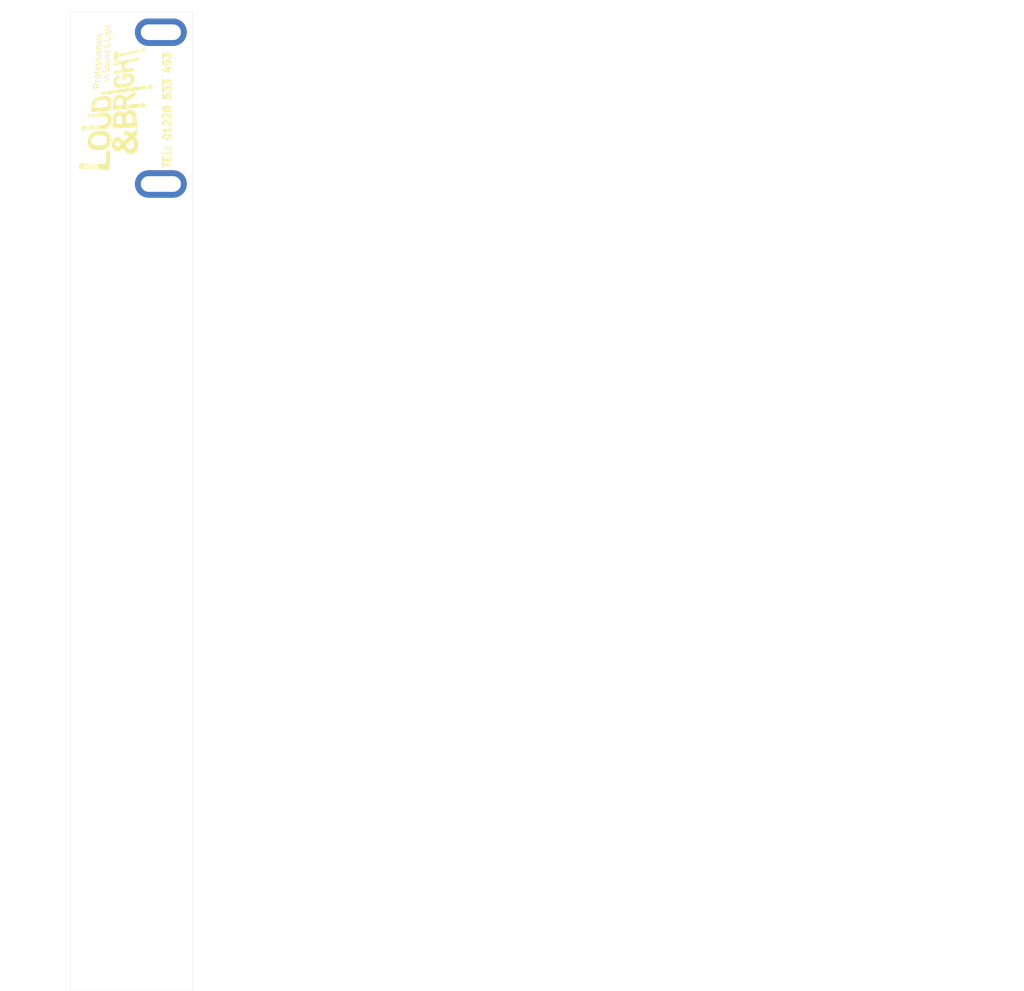
<source format=kicad_pcb>
(kicad_pcb (version 20171130) (host pcbnew "(5.1.7)-1")

  (general
    (thickness 1.6)
    (drawings 6)
    (tracks 0)
    (zones 0)
    (modules 3)
    (nets 2)
  )

  (page A4)
  (layers
    (0 F.Cu signal)
    (31 B.Cu signal)
    (32 B.Adhes user)
    (33 F.Adhes user)
    (34 B.Paste user)
    (35 F.Paste user)
    (36 B.SilkS user)
    (37 F.SilkS user)
    (38 B.Mask user)
    (39 F.Mask user)
    (40 Dwgs.User user)
    (41 Cmts.User user)
    (42 Eco1.User user)
    (43 Eco2.User user)
    (44 Edge.Cuts user)
    (45 Margin user)
    (46 B.CrtYd user)
    (47 F.CrtYd user)
    (48 B.Fab user)
    (49 F.Fab user)
  )

  (setup
    (last_trace_width 0.25)
    (trace_clearance 0.2)
    (zone_clearance 0.508)
    (zone_45_only no)
    (trace_min 0.2)
    (via_size 0.8)
    (via_drill 0.4)
    (via_min_size 0.4)
    (via_min_drill 0.3)
    (uvia_size 0.3)
    (uvia_drill 0.1)
    (uvias_allowed no)
    (uvia_min_size 0.2)
    (uvia_min_drill 0.1)
    (edge_width 0.05)
    (segment_width 0.2)
    (pcb_text_width 0.3)
    (pcb_text_size 1.5 1.5)
    (mod_edge_width 0.12)
    (mod_text_size 1 1)
    (mod_text_width 0.15)
    (pad_size 5.6 5.6)
    (pad_drill 3.2)
    (pad_to_mask_clearance 0.051)
    (solder_mask_min_width 0.25)
    (aux_axis_origin 0 0)
    (visible_elements 7FFFFFFF)
    (pcbplotparams
      (layerselection 0x010fc_ffffffff)
      (usegerberextensions false)
      (usegerberattributes false)
      (usegerberadvancedattributes false)
      (creategerberjobfile false)
      (excludeedgelayer true)
      (linewidth 0.100000)
      (plotframeref false)
      (viasonmask false)
      (mode 1)
      (useauxorigin false)
      (hpglpennumber 1)
      (hpglpenspeed 20)
      (hpglpendiameter 15.000000)
      (psnegative false)
      (psa4output false)
      (plotreference true)
      (plotvalue true)
      (plotinvisibletext false)
      (padsonsilk false)
      (subtractmaskfromsilk false)
      (outputformat 1)
      (mirror false)
      (drillshape 0)
      (scaleselection 1)
      (outputdirectory "PCB/"))
  )

  (net 0 "")
  (net 1 GND)

  (net_class Default "This is the default net class."
    (clearance 0.2)
    (trace_width 0.25)
    (via_dia 0.8)
    (via_drill 0.4)
    (uvia_dia 0.3)
    (uvia_drill 0.1)
  )

  (module AA-ROB-FULL:LBNEWBC (layer F.Cu) (tedit 0) (tstamp 621C033B)
    (at 88.69 36.18 90)
    (fp_text reference G*** (at 0 0 90) (layer F.SilkS) hide
      (effects (font (size 1.524 1.524) (thickness 0.3)))
    )
    (fp_text value LOGO (at 0.75 0 90) (layer F.SilkS) hide
      (effects (font (size 1.524 1.524) (thickness 0.3)))
    )
    (fp_poly (pts (xy 2.29296 6.320638) (xy 2.306421 6.327211) (xy 2.382364 6.377827) (xy 2.45768 6.447128)
      (xy 2.520857 6.522125) (xy 2.560385 6.589831) (xy 2.567967 6.622297) (xy 2.579674 6.678441)
      (xy 2.59651 6.718136) (xy 2.609413 6.783509) (xy 2.6015 6.877533) (xy 2.576215 6.984167)
      (xy 2.537003 7.087369) (xy 2.504448 7.146927) (xy 2.413599 7.245147) (xy 2.3003 7.302932)
      (xy 2.175332 7.317785) (xy 2.049475 7.287211) (xy 2.003323 7.262956) (xy 1.882965 7.163248)
      (xy 1.796727 7.038987) (xy 1.745521 6.899485) (xy 1.73026 6.754057) (xy 1.751855 6.612014)
      (xy 1.811218 6.482672) (xy 1.909261 6.375342) (xy 1.9159 6.370182) (xy 2.038897 6.303474)
      (xy 2.165588 6.286848) (xy 2.29296 6.320638)) (layer F.SilkS) (width 0.01))
    (fp_poly (pts (xy 1.702308 2.722527) (xy 1.798672 2.755437) (xy 1.868753 2.801053) (xy 1.929037 2.872668)
      (xy 1.970243 2.938543) (xy 2.00756 3.014142) (xy 2.027159 3.092191) (xy 2.033826 3.19411)
      (xy 2.034034 3.224095) (xy 2.038939 3.328513) (xy 2.051725 3.425184) (xy 2.067479 3.486535)
      (xy 2.087287 3.576468) (xy 2.086188 3.661261) (xy 2.085189 3.746818) (xy 2.102382 3.839817)
      (xy 2.10625 3.851952) (xy 2.128649 3.970917) (xy 2.128049 4.131561) (xy 2.1272 4.143804)
      (xy 2.121786 4.247824) (xy 2.125648 4.318413) (xy 2.141323 4.372542) (xy 2.169038 4.423484)
      (xy 2.203141 4.506659) (xy 2.222963 4.613022) (xy 2.228138 4.72617) (xy 2.218301 4.829697)
      (xy 2.193085 4.9072) (xy 2.18023 4.925509) (xy 2.1385 5.004932) (xy 2.141339 5.090776)
      (xy 2.186938 5.168608) (xy 2.213635 5.192007) (xy 2.317888 5.29785) (xy 2.389341 5.438662)
      (xy 2.416331 5.53594) (xy 2.428191 5.685012) (xy 2.401678 5.819884) (xy 2.342896 5.934784)
      (xy 2.257948 6.023939) (xy 2.152938 6.081578) (xy 2.033968 6.101926) (xy 1.907143 6.079214)
      (xy 1.862143 6.060079) (xy 1.7451 5.975517) (xy 1.650417 5.852504) (xy 1.5866 5.703209)
      (xy 1.563807 5.616408) (xy 1.557482 5.553493) (xy 1.567553 5.490264) (xy 1.585783 5.428205)
      (xy 1.621645 5.340879) (xy 1.666596 5.265531) (xy 1.689548 5.238804) (xy 1.729967 5.196022)
      (xy 1.737293 5.160744) (xy 1.715465 5.108327) (xy 1.711608 5.100758) (xy 1.672092 5.032067)
      (xy 1.618423 4.948808) (xy 1.592442 4.911314) (xy 1.55683 4.859013) (xy 1.534214 4.813771)
      (xy 1.521892 4.762218) (xy 1.517164 4.69098) (xy 1.517327 4.586687) (xy 1.517993 4.542793)
      (xy 1.518381 4.417852) (xy 1.513883 4.333289) (xy 1.503214 4.278756) (xy 1.485091 4.243909)
      (xy 1.480158 4.238058) (xy 1.45577 4.191495) (xy 1.438127 4.109507) (xy 1.42582 3.985067)
      (xy 1.4241 3.95823) (xy 1.414497 3.847941) (xy 1.400791 3.751885) (xy 1.385343 3.685141)
      (xy 1.378801 3.669289) (xy 1.362571 3.615749) (xy 1.350949 3.530609) (xy 1.346646 3.44046)
      (xy 1.340274 3.330574) (xy 1.324187 3.242087) (xy 1.309409 3.203604) (xy 1.274037 3.094504)
      (xy 1.28127 2.979378) (xy 1.326386 2.8708) (xy 1.404664 2.781347) (xy 1.486192 2.732738)
      (xy 1.56059 2.708154) (xy 1.626524 2.706192) (xy 1.702308 2.722527)) (layer F.SilkS) (width 0.01))
    (fp_poly (pts (xy -1.835567 2.230923) (xy -1.741242 2.251935) (xy -1.690791 2.275199) (xy -1.567562 2.375357)
      (xy -1.49137 2.491384) (xy -1.459378 2.629228) (xy -1.462961 2.752954) (xy -1.469064 2.857771)
      (xy -1.457679 2.922025) (xy -1.44783 2.938347) (xy -1.432591 2.979058) (xy -1.417005 3.058452)
      (xy -1.403115 3.164418) (xy -1.395402 3.249157) (xy -1.385354 3.370526) (xy -1.374554 3.480765)
      (xy -1.364534 3.565104) (xy -1.358936 3.600193) (xy -1.357857 3.683705) (xy -1.379273 3.785419)
      (xy -1.383908 3.799721) (xy -1.406977 3.874299) (xy -1.411252 3.922702) (xy -1.395885 3.966332)
      (xy -1.375967 4.000629) (xy -1.304624 4.155583) (xy -1.281044 4.305208) (xy -1.304856 4.44513)
      (xy -1.375693 4.570973) (xy -1.428827 4.627427) (xy -1.488645 4.68915) (xy -1.512596 4.736181)
      (xy -1.51037 4.772781) (xy -1.477501 4.824437) (xy -1.44471 4.844984) (xy -1.401897 4.86994)
      (xy -1.337225 4.920297) (xy -1.26454 4.985256) (xy -1.263121 4.98661) (xy -1.131432 5.112398)
      (xy -1.134531 5.30073) (xy -1.138272 5.402434) (xy -1.14893 5.471355) (xy -1.17178 5.525535)
      (xy -1.212101 5.583017) (xy -1.220062 5.593141) (xy -1.330208 5.700543) (xy -1.454827 5.768623)
      (xy -1.585084 5.794834) (xy -1.712146 5.776629) (xy -1.76928 5.751437) (xy -1.919097 5.648585)
      (xy -2.021603 5.53063) (xy -2.078936 5.394334) (xy -2.093741 5.259794) (xy -2.091978 5.189428)
      (xy -2.08272 5.138239) (xy -2.058773 5.092614) (xy -2.012946 5.038939) (xy -1.938047 4.963602)
      (xy -1.936412 4.961987) (xy -1.865336 4.887541) (xy -1.811101 4.822648) (xy -1.782284 4.777901)
      (xy -1.77978 4.768528) (xy -1.799738 4.732496) (xy -1.85006 4.686944) (xy -1.877233 4.668247)
      (xy -2.003341 4.568926) (xy -2.083601 4.456766) (xy -2.122609 4.325329) (xy -2.122717 4.324552)
      (xy -2.129965 4.246495) (xy -2.129003 4.188863) (xy -2.124798 4.17264) (xy -2.111103 4.134058)
      (xy -2.094538 4.065838) (xy -2.087907 4.032645) (xy -2.078174 3.949905) (xy -2.089926 3.888121)
      (xy -2.118745 3.833899) (xy -2.149785 3.756205) (xy -2.176122 3.63212) (xy -2.197196 3.465936)
      (xy -2.212449 3.261944) (xy -2.220701 3.051051) (xy -2.227829 2.938262) (xy -2.241862 2.828328)
      (xy -2.259078 2.747754) (xy -2.284054 2.610333) (xy -2.267961 2.490573) (xy -2.207845 2.379829)
      (xy -2.100751 2.269455) (xy -2.093514 2.263287) (xy -2.030425 2.236045) (xy -1.938202 2.225441)
      (xy -1.835567 2.230923)) (layer F.SilkS) (width 0.01))
    (fp_poly (pts (xy 9.715706 4.980399) (xy 9.827217 5.04088) (xy 9.903255 5.095767) (xy 9.948071 5.14695)
      (xy 9.975996 5.213334) (xy 9.986222 5.25064) (xy 10.00616 5.404468) (xy 9.984238 5.537755)
      (xy 9.921354 5.645156) (xy 9.919599 5.647097) (xy 9.827888 5.715541) (xy 9.724961 5.735027)
      (xy 9.615792 5.704618) (xy 9.615377 5.704409) (xy 9.508956 5.624162) (xy 9.420396 5.503801)
      (xy 9.369768 5.391604) (xy 9.336511 5.27356) (xy 9.334572 5.183905) (xy 9.366056 5.109402)
      (xy 9.425088 5.04402) (xy 9.518201 4.978693) (xy 9.612269 4.957508) (xy 9.715706 4.980399)) (layer F.SilkS) (width 0.01))
    (fp_poly (pts (xy 8.984566 1.873475) (xy 9.044687 1.906671) (xy 9.146144 2.016868) (xy 9.215761 2.159714)
      (xy 9.244244 2.286768) (xy 9.263985 2.395269) (xy 9.294051 2.50702) (xy 9.309033 2.54984)
      (xy 9.337471 2.638903) (xy 9.354536 2.723645) (xy 9.356713 2.753243) (xy 9.36931 2.837179)
      (xy 9.395498 2.909008) (xy 9.420587 2.991278) (xy 9.43008 3.102388) (xy 9.429754 3.128808)
      (xy 9.433854 3.237663) (xy 9.457152 3.320301) (xy 9.479958 3.362841) (xy 9.513576 3.442768)
      (xy 9.532372 3.539505) (xy 9.535669 3.636543) (xy 9.522788 3.717375) (xy 9.496396 3.762963)
      (xy 9.45803 3.823497) (xy 9.466787 3.901546) (xy 9.522399 3.996192) (xy 9.585385 4.068068)
      (xy 9.712512 4.198585) (xy 9.712512 4.370436) (xy 9.709892 4.467888) (xy 9.699442 4.529879)
      (xy 9.677273 4.571646) (xy 9.655305 4.594648) (xy 9.571997 4.651342) (xy 9.489774 4.661373)
      (xy 9.411201 4.634953) (xy 9.314156 4.561351) (xy 9.240664 4.455072) (xy 9.194927 4.329852)
      (xy 9.181152 4.199427) (xy 9.203542 4.077534) (xy 9.226028 4.029985) (xy 9.259893 3.967813)
      (xy 9.278832 3.923778) (xy 9.28028 3.916354) (xy 9.263188 3.888657) (xy 9.218742 3.838444)
      (xy 9.166806 3.786526) (xy 9.093945 3.708102) (xy 9.050954 3.633319) (xy 9.025198 3.542862)
      (xy 9.012029 3.456982) (xy 9.009046 3.385172) (xy 9.012862 3.357576) (xy 9.01104 3.304754)
      (xy 8.986887 3.222568) (xy 8.961078 3.160359) (xy 8.918588 3.047868) (xy 8.883649 2.921002)
      (xy 8.870591 2.851994) (xy 8.854617 2.759634) (xy 8.836311 2.68261) (xy 8.822441 2.643906)
      (xy 8.804239 2.585174) (xy 8.796367 2.512432) (xy 8.787268 2.440343) (xy 8.764843 2.346879)
      (xy 8.746346 2.288288) (xy 8.711372 2.176404) (xy 8.699097 2.094402) (xy 8.70921 2.026819)
      (xy 8.739766 1.961017) (xy 8.805176 1.892521) (xy 8.891767 1.862451) (xy 8.984566 1.873475)) (layer F.SilkS) (width 0.01))
    (fp_poly (pts (xy 7.591947 2.525651) (xy 7.687676 2.611909) (xy 7.751789 2.730762) (xy 7.779445 2.875572)
      (xy 7.78018 2.905032) (xy 7.787739 3.001558) (xy 7.807835 3.074036) (xy 7.817509 3.090686)
      (xy 7.840194 3.14536) (xy 7.853899 3.225748) (xy 7.855647 3.262206) (xy 7.868401 3.367561)
      (xy 7.899558 3.476772) (xy 7.910064 3.502048) (xy 7.942431 3.588083) (xy 7.953215 3.669435)
      (xy 7.947006 3.767032) (xy 7.939953 3.856592) (xy 7.946423 3.916419) (xy 7.970134 3.966675)
      (xy 7.988743 3.993334) (xy 8.020401 4.045088) (xy 8.038299 4.103796) (xy 8.04597 4.18577)
      (xy 8.047147 4.26309) (xy 8.04567 4.362647) (xy 8.038489 4.425966) (xy 8.021476 4.467637)
      (xy 7.990501 4.502249) (xy 7.975809 4.515214) (xy 7.891567 4.566842) (xy 7.807045 4.572928)
      (xy 7.716 4.532661) (xy 7.639772 4.471637) (xy 7.578923 4.408314) (xy 7.537614 4.351481)
      (xy 7.525925 4.32028) (xy 7.515542 4.262199) (xy 7.496453 4.209179) (xy 7.480163 4.147241)
      (xy 7.489257 4.072728) (xy 7.4982 4.040294) (xy 7.515589 3.967658) (xy 7.511876 3.922354)
      (xy 7.494305 3.894022) (xy 7.441853 3.805934) (xy 7.398315 3.685346) (xy 7.369783 3.55053)
      (xy 7.364628 3.505213) (xy 7.35021 3.408994) (xy 7.327051 3.321033) (xy 7.311942 3.284003)
      (xy 7.286536 3.208497) (xy 7.272589 3.115763) (xy 7.271671 3.089189) (xy 7.262415 2.997435)
      (xy 7.239346 2.912358) (xy 7.23074 2.893098) (xy 7.200451 2.791459) (xy 7.206753 2.689102)
      (xy 7.243659 2.596425) (xy 7.30518 2.523826) (xy 7.385328 2.481703) (xy 7.469438 2.478629)
      (xy 7.591947 2.525651)) (layer F.SilkS) (width 0.01))
    (fp_poly (pts (xy -9.349026 -0.95027) (xy -9.190999 -0.942928) (xy -9.062606 -0.928602) (xy -8.953287 -0.905346)
      (xy -8.85248 -0.871217) (xy -8.749624 -0.824269) (xy -8.694483 -0.795571) (xy -8.630114 -0.760463)
      (xy -8.582924 -0.731371) (xy -8.537387 -0.697092) (xy -8.477978 -0.646427) (xy -8.433407 -0.6072)
      (xy -8.287605 -0.445297) (xy -8.175771 -0.249162) (xy -8.101687 -0.025486) (xy -8.099824 -0.017244)
      (xy -8.078172 0.088435) (xy -8.069336 0.167642) (xy -8.073089 0.243056) (xy -8.089203 0.337353)
      (xy -8.09592 0.370331) (xy -8.154844 0.560953) (xy -8.250674 0.730177) (xy -8.388398 0.885263)
      (xy -8.530643 1.00296) (xy -8.59194 1.049594) (xy -8.634544 1.084387) (xy -8.644645 1.09415)
      (xy -8.672301 1.115226) (xy -8.729338 1.151554) (xy -8.773318 1.177723) (xy -8.881356 1.249027)
      (xy -8.954295 1.315615) (xy -8.987619 1.372596) (xy -8.983978 1.405946) (xy -8.947373 1.456173)
      (xy -8.877424 1.537569) (xy -8.77331 1.651023) (xy -8.634211 1.797423) (xy -8.459305 1.977657)
      (xy -8.396546 2.041699) (xy -8.262416 2.177139) (xy -8.157973 2.277457) (xy -8.077794 2.344316)
      (xy -8.016457 2.379378) (xy -7.968539 2.384308) (xy -7.928618 2.360767) (xy -7.891272 2.31042)
      (xy -7.851078 2.234928) (xy -7.839988 2.2124) (xy -7.772807 2.037335) (xy -7.724461 1.823041)
      (xy -7.719926 1.795017) (xy -7.700717 1.686794) (xy -7.68062 1.598145) (xy -7.662517 1.540701)
      (xy -7.653178 1.525602) (xy -7.619392 1.51983) (xy -7.546334 1.515567) (xy -7.444718 1.512782)
      (xy -7.32526 1.511445) (xy -7.198674 1.511524) (xy -7.075675 1.512989) (xy -6.966977 1.515809)
      (xy -6.883297 1.519953) (xy -6.835348 1.525389) (xy -6.828508 1.527982) (xy -6.824382 1.559982)
      (xy -6.82854 1.631532) (xy -6.839459 1.732287) (xy -6.855614 1.851902) (xy -6.87548 1.98003)
      (xy -6.897533 2.106326) (xy -6.92025 2.220444) (xy -6.942105 2.31204) (xy -6.946146 2.326426)
      (xy -6.974658 2.412862) (xy -7.014089 2.517325) (xy -7.059384 2.628106) (xy -7.105486 2.733496)
      (xy -7.14734 2.821784) (xy -7.179891 2.881262) (xy -7.193141 2.898498) (xy -7.23133 2.942008)
      (xy -7.271975 3.003606) (xy -7.304463 3.065057) (xy -7.318179 3.108126) (xy -7.317803 3.112658)
      (xy -7.299026 3.138706) (xy -7.250565 3.195351) (xy -7.17802 3.276575) (xy -7.086994 3.37636)
      (xy -6.983087 3.488688) (xy -6.871903 3.607541) (xy -6.759042 3.726901) (xy -6.650107 3.84075)
      (xy -6.550698 3.94307) (xy -6.466419 4.027843) (xy -6.460344 4.033838) (xy -6.412958 4.086462)
      (xy -6.389307 4.124895) (xy -6.389618 4.13523) (xy -6.42081 4.143917) (xy -6.493335 4.154675)
      (xy -6.59776 4.166686) (xy -6.724651 4.179136) (xy -6.864571 4.191207) (xy -7.008088 4.202083)
      (xy -7.145766 4.210948) (xy -7.268171 4.216984) (xy -7.361727 4.219356) (xy -7.566197 4.220621)
      (xy -7.765893 4.017217) (xy -7.8524 3.933374) (xy -7.929136 3.86685) (xy -7.987277 3.82487)
      (xy -8.014226 3.813814) (xy -8.054622 3.828602) (xy -8.123243 3.868332) (xy -8.208709 3.926052)
      (xy -8.260444 3.96422) (xy -8.424055 4.07885) (xy -8.586502 4.169746) (xy -8.7615 4.242826)
      (xy -8.962766 4.304009) (xy -9.149596 4.347873) (xy -9.338884 4.377205) (xy -9.560547 4.393832)
      (xy -9.797732 4.397792) (xy -10.033585 4.389124) (xy -10.251253 4.367868) (xy -10.386287 4.344994)
      (xy -10.496701 4.319201) (xy -10.595145 4.291603) (xy -10.665762 4.266818) (xy -10.682602 4.25876)
      (xy -10.739262 4.231403) (xy -10.777149 4.220621) (xy -10.819348 4.204899) (xy -10.888129 4.163231)
      (xy -10.972435 4.103858) (xy -11.061207 4.035025) (xy -11.143388 3.964973) (xy -11.207919 3.901946)
      (xy -11.214541 3.894578) (xy -11.300432 3.785375) (xy -11.376273 3.667756) (xy -11.432702 3.557487)
      (xy -11.457523 3.4854) (xy -11.475088 3.420528) (xy -11.50136 3.3361) (xy -11.511676 3.305305)
      (xy -11.531986 3.219717) (xy -11.544477 3.100683) (xy -11.549775 2.941058) (xy -11.550032 2.868108)
      (xy -11.547431 2.771417) (xy -10.513414 2.771417) (xy -10.511651 2.894038) (xy -10.505286 2.976723)
      (xy -10.492702 3.0303) (xy -10.472282 3.065597) (xy -10.468919 3.06946) (xy -10.435103 3.116472)
      (xy -10.424425 3.146042) (xy -10.404986 3.181588) (xy -10.353839 3.2361) (xy -10.281739 3.300567)
      (xy -10.199443 3.365979) (xy -10.117705 3.423325) (xy -10.047282 3.463594) (xy -10.043044 3.465545)
      (xy -9.870417 3.520239) (xy -9.672409 3.544587) (xy -9.464684 3.538262) (xy -9.262906 3.500938)
      (xy -9.204005 3.48302) (xy -9.034338 3.417572) (xy -8.893024 3.346323) (xy -8.784489 3.272739)
      (xy -8.713158 3.200288) (xy -8.683456 3.132437) (xy -8.693171 3.082833) (xy -8.717578 3.052447)
      (xy -8.772346 2.991674) (xy -8.852069 2.906268) (xy -8.951339 2.801989) (xy -9.06475 2.684591)
      (xy -9.128941 2.618819) (xy -9.255983 2.488774) (xy -9.379704 2.361527) (xy -9.492705 2.244731)
      (xy -9.587586 2.146042) (xy -9.65695 2.073115) (xy -9.674686 2.054173) (xy -9.764014 1.963498)
      (xy -9.834064 1.911587) (xy -9.896346 1.896735) (xy -9.96237 1.917234) (xy -10.043646 1.971379)
      (xy -10.074042 1.994969) (xy -10.154722 2.064943) (xy -10.237827 2.147287) (xy -10.314762 2.232149)
      (xy -10.376935 2.309679) (xy -10.415751 2.370025) (xy -10.424425 2.396627) (xy -10.440078 2.434832)
      (xy -10.468919 2.473329) (xy -10.490494 2.507052) (xy -10.50402 2.557631) (xy -10.511112 2.635895)
      (xy -10.513388 2.752672) (xy -10.513414 2.771417) (xy -11.547431 2.771417) (xy -11.54513 2.68593)
      (xy -11.528706 2.538655) (xy -11.496522 2.410855) (xy -11.444339 2.287107) (xy -11.367917 2.151985)
      (xy -11.341788 2.11031) (xy -11.295317 2.04572) (xy -11.229254 1.964548) (xy -11.151516 1.875302)
      (xy -11.070021 1.78649) (xy -10.992687 1.706617) (xy -10.927432 1.644191) (xy -10.882173 1.607719)
      (xy -10.868503 1.601802) (xy -10.839239 1.587118) (xy -10.785203 1.549489) (xy -10.744861 1.518334)
      (xy -10.67029 1.463461) (xy -10.599584 1.41905) (xy -10.572826 1.40547) (xy -10.51115 1.358921)
      (xy -10.48238 1.295934) (xy -10.492794 1.235825) (xy -10.520698 1.197983) (xy -10.571199 1.138383)
      (xy -10.615707 1.089116) (xy -10.752298 0.92057) (xy -10.876291 0.728034) (xy -10.961536 0.559359)
      (xy -10.988664 0.489984) (xy -11.006155 0.423417) (xy -11.015894 0.345693) (xy -11.019765 0.242846)
      (xy -11.019834 0.161145) (xy -10.000396 0.161145) (xy -9.997012 0.258253) (xy -9.992101 0.279999)
      (xy -9.957079 0.361886) (xy -9.898903 0.456917) (xy -9.825906 0.555333) (xy -9.746418 0.647377)
      (xy -9.668774 0.72329) (xy -9.601304 0.773313) (xy -9.55818 0.788188) (xy -9.500615 0.774914)
      (xy -9.438295 0.744704) (xy -9.31913 0.663634) (xy -9.206171 0.576093) (xy -9.110617 0.491557)
      (xy -9.043663 0.419503) (xy -9.028229 0.397658) (xy -8.981951 0.277561) (xy -8.976499 0.145201)
      (xy -9.011399 0.017982) (xy -9.039965 -0.032691) (xy -9.144589 -0.14587) (xy -9.274928 -0.224685)
      (xy -9.420724 -0.268106) (xy -9.571721 -0.275099) (xy -9.717662 -0.244631) (xy -9.84829 -0.175672)
      (xy -9.910506 -0.120309) (xy -9.952884 -0.049032) (xy -9.984267 0.051751) (xy -10.000396 0.161145)
      (xy -11.019834 0.161145) (xy -11.019864 0.127127) (xy -11.01822 -0.000955) (xy -11.013634 -0.092045)
      (xy -11.00343 -0.16) (xy -10.984932 -0.218678) (xy -10.955463 -0.281938) (xy -10.932341 -0.326092)
      (xy -10.811992 -0.506681) (xy -10.657059 -0.657818) (xy -10.463889 -0.782237) (xy -10.22883 -0.882672)
      (xy -10.157458 -0.90611) (xy -10.09061 -0.924083) (xy -10.017441 -0.936971) (xy -9.928339 -0.945507)
      (xy -9.81369 -0.950422) (xy -9.663882 -0.952448) (xy -9.547248 -0.95257) (xy -9.349026 -0.95027)) (layer F.SilkS) (width 0.01))
    (fp_poly (pts (xy -5.758859 -0.844785) (xy -5.540815 -0.841281) (xy -5.292607 -0.835808) (xy -5.034861 -0.828914)
      (xy -4.7882 -0.821147) (xy -4.588651 -0.813695) (xy -4.39255 -0.80508) (xy -4.238808 -0.796748)
      (xy -4.118946 -0.787762) (xy -4.024485 -0.777185) (xy -3.946949 -0.76408) (xy -3.877858 -0.74751)
      (xy -3.813175 -0.727982) (xy -3.655241 -0.671939) (xy -3.527159 -0.616561) (xy -3.437348 -0.565652)
      (xy -3.414883 -0.548159) (xy -3.375436 -0.516372) (xy -3.315744 -0.471479) (xy -3.300468 -0.46035)
      (xy -3.212537 -0.381693) (xy -3.118742 -0.273524) (xy -3.033013 -0.153172) (xy -2.981495 -0.063564)
      (xy -2.903069 0.139733) (xy -2.851304 0.38337) (xy -2.834205 0.537038) (xy -2.827144 0.656993)
      (xy -2.829477 0.742393) (xy -2.842448 0.808879) (xy -2.859525 0.854856) (xy -2.935252 1.01867)
      (xy -3.004126 1.141906) (xy -3.072041 1.233211) (xy -3.144894 1.301233) (xy -3.181308 1.326841)
      (xy -3.238357 1.380928) (xy -3.265914 1.442659) (xy -3.257695 1.493485) (xy -3.228285 1.52017)
      (xy -3.170664 1.5615) (xy -3.129536 1.588226) (xy -3.032222 1.65836) (xy -2.933524 1.744765)
      (xy -2.84459 1.836074) (xy -2.776563 1.920921) (xy -2.742077 1.983355) (xy -2.717831 2.036075)
      (xy -2.695496 2.059397) (xy -2.694629 2.059459) (xy -2.676058 2.081532) (xy -2.658735 2.135349)
      (xy -2.657329 2.142092) (xy -2.64279 2.21109) (xy -2.621598 2.306713) (xy -2.602426 2.390563)
      (xy -2.581864 2.52472) (xy -2.575157 2.679119) (xy -2.581016 2.842218) (xy -2.598153 3.002477)
      (xy -2.625279 3.148355) (xy -2.661106 3.268311) (xy -2.704347 3.350803) (xy -2.710431 3.358158)
      (xy -2.73962 3.402351) (xy -2.745946 3.424226) (xy -2.763818 3.455602) (xy -2.810921 3.510165)
      (xy -2.877491 3.578467) (xy -2.953761 3.651062) (xy -3.029964 3.718502) (xy -3.096335 3.77134)
      (xy -3.124431 3.790344) (xy -3.237259 3.851454) (xy -3.360262 3.901947) (xy -3.499917 3.943069)
      (xy -3.662699 3.976065) (xy -3.855083 4.002181) (xy -4.083544 4.022661) (xy -4.35456 4.038751)
      (xy -4.435676 4.042495) (xy -4.621926 4.051265) (xy -4.808258 4.061113) (xy -4.982846 4.071335)
      (xy -5.133864 4.081228) (xy -5.249484 4.090088) (xy -5.275776 4.092466) (xy -5.53067 4.115072)
      (xy -5.736734 4.129507) (xy -5.89532 4.135803) (xy -6.007783 4.133995) (xy -6.075476 4.124114)
      (xy -6.096786 4.112612) (xy -6.107088 4.075449) (xy -6.11761 3.990188) (xy -6.128145 3.85958)
      (xy -6.138485 3.686376) (xy -6.148421 3.473327) (xy -6.152135 3.380218) (xy -6.160482 3.176002)
      (xy -6.169894 2.969688) (xy -6.179793 2.772365) (xy -6.189602 2.595122) (xy -6.198745 2.449047)
      (xy -6.204986 2.364564) (xy -6.213593 2.245466) (xy -6.221844 2.110188) (xy -5.265508 2.110188)
      (xy -5.263255 2.195363) (xy -5.257449 2.313295) (xy -5.248278 2.47025) (xy -5.237661 2.644244)
      (xy -5.22666 2.819978) (xy -5.217339 2.952154) (xy -5.208529 3.047982) (xy -5.199061 3.114676)
      (xy -5.187768 3.159446) (xy -5.173481 3.189506) (xy -5.155031 3.212068) (xy -5.14394 3.222735)
      (xy -5.082759 3.263136) (xy -5.009811 3.270452) (xy -4.98825 3.268255) (xy -4.909159 3.258945)
      (xy -4.807246 3.247703) (xy -4.741842 3.240817) (xy -4.658633 3.233569) (xy -4.539473 3.224897)
      (xy -4.399202 3.215805) (xy -4.252661 3.207301) (xy -4.227437 3.205946) (xy -4.084298 3.197945)
      (xy -3.981432 3.190137) (xy -3.908317 3.180289) (xy -3.854434 3.166168) (xy -3.809261 3.145542)
      (xy -3.762277 3.11618) (xy -3.743082 3.103169) (xy -3.648554 3.027905) (xy -3.574567 2.940249)
      (xy -3.509349 2.82483) (xy -3.479259 2.758659) (xy -3.448859 2.67794) (xy -3.437033 2.607586)
      (xy -3.443948 2.530378) (xy -3.469767 2.429099) (xy -3.482822 2.386312) (xy -3.560048 2.216691)
      (xy -3.673802 2.076178) (xy -3.817507 1.971176) (xy -3.970978 1.911322) (xy -4.044718 1.900288)
      (xy -4.153772 1.893432) (xy -4.289021 1.890424) (xy -4.441344 1.890934) (xy -4.601622 1.894632)
      (xy -4.760735 1.901189) (xy -4.909563 1.910275) (xy -5.038985 1.921559) (xy -5.139883 1.934712)
      (xy -5.203135 1.949404) (xy -5.216824 1.956379) (xy -5.235187 1.971749) (xy -5.249047 1.98855)
      (xy -5.258594 2.013046) (xy -5.264018 2.051504) (xy -5.265508 2.110188) (xy -6.221844 2.110188)
      (xy -6.223215 2.087718) (xy -6.233207 1.903499) (xy -6.242925 1.704982) (xy -6.251725 1.504344)
      (xy -6.255424 1.411111) (xy -6.263399 1.216871) (xy -6.272422 1.021793) (xy -6.281889 0.837307)
      (xy -6.291197 0.674845) (xy -6.299745 0.545836) (xy -6.303686 0.495796) (xy -6.311653 0.380441)
      (xy -6.316237 0.289786) (xy -5.388614 0.289786) (xy -5.387667 0.437351) (xy -5.383258 0.589289)
      (xy -5.375292 0.736321) (xy -5.368807 0.817859) (xy -5.360047 0.911919) (xy -5.349002 0.984492)
      (xy -5.329633 1.03816) (xy -5.295902 1.075499) (xy -5.24177 1.09909) (xy -5.1612 1.111512)
      (xy -5.048152 1.115343) (xy -4.896589 1.113163) (xy -4.700471 1.107551) (xy -4.691185 1.107279)
      (xy -4.523878 1.101783) (xy -4.370628 1.095604) (xy -4.239828 1.089173) (xy -4.139872 1.08292)
      (xy -4.079152 1.077275) (xy -4.068069 1.075367) (xy -3.9795 1.035586) (xy -3.881817 0.962859)
      (xy -3.789926 0.86906) (xy -3.758543 0.828868) (xy -3.700737 0.708159) (xy -3.681937 0.568979)
      (xy -3.699834 0.422501) (xy -3.752116 0.279896) (xy -3.836473 0.152335) (xy -3.913942 0.077523)
      (xy -3.991133 0.021295) (xy -4.068455 -0.022056) (xy -4.153909 -0.054128) (xy -4.255497 -0.076517)
      (xy -4.38122 -0.090817) (xy -4.539081 -0.098627) (xy -4.737082 -0.101542) (xy -4.812398 -0.101702)
      (xy -5.009037 -0.100608) (xy -5.158485 -0.097194) (xy -5.26436 -0.091257) (xy -5.33028 -0.082596)
      (xy -5.35968 -0.071191) (xy -5.371631 -0.033896) (xy -5.3805 0.044884) (xy -5.386193 0.15587)
      (xy -5.388614 0.289786) (xy -6.316237 0.289786) (xy -6.319369 0.227863) (xy -6.326299 0.05169)
      (xy -6.331906 -0.134451) (xy -6.335655 -0.316931) (xy -6.335668 -0.317818) (xy -6.343644 -0.851752)
      (xy -5.758859 -0.844785)) (layer F.SilkS) (width 0.01))
    (fp_poly (pts (xy -2.326738 -0.770969) (xy -2.176069 -0.768737) (xy -2.003955 -0.765097) (xy -1.817734 -0.76027)
      (xy -1.624745 -0.754474) (xy -1.432326 -0.74793) (xy -1.247815 -0.740859) (xy -1.078552 -0.733479)
      (xy -0.931875 -0.726011) (xy -0.815122 -0.718676) (xy -0.737338 -0.711886) (xy -0.485738 -0.669018)
      (xy -0.267922 -0.599463) (xy -0.072247 -0.499388) (xy -0.050851 -0.485887) (xy 0.157729 -0.321956)
      (xy 0.331447 -0.121187) (xy 0.469909 0.11587) (xy 0.569557 0.377945) (xy 0.589789 0.474506)
      (xy 0.603163 0.596673) (xy 0.609634 0.731192) (xy 0.609156 0.864813) (xy 0.601685 0.984283)
      (xy 0.587176 1.076352) (xy 0.572072 1.118719) (xy 0.544541 1.182024) (xy 0.534834 1.228473)
      (xy 0.514511 1.292377) (xy 0.461428 1.375374) (xy 0.38443 1.467321) (xy 0.292364 1.558077)
      (xy 0.194075 1.637498) (xy 0.15531 1.663624) (xy 0.081172 1.714058) (xy 0.037808 1.75886)
      (xy 0.024836 1.808062) (xy 0.041874 1.8717) (xy 0.088541 1.959807) (xy 0.140804 2.044873)
      (xy 0.198807 2.139252) (xy 0.244925 2.218089) (xy 0.273374 2.271272) (xy 0.279679 2.287769)
      (xy 0.29855 2.317179) (xy 0.300247 2.317951) (xy 0.322661 2.342716) (xy 0.361596 2.399458)
      (xy 0.408305 2.475361) (xy 0.459455 2.561428) (xy 0.505719 2.637563) (xy 0.533933 2.682382)
      (xy 0.567196 2.734503) (xy 0.615567 2.811974) (xy 0.661061 2.885786) (xy 0.714539 2.972594)
      (xy 0.7638 3.051686) (xy 0.793293 3.098284) (xy 0.829024 3.156347) (xy 0.87791 3.238917)
      (xy 0.919932 3.311662) (xy 0.965036 3.385943) (xy 1.002206 3.438572) (xy 1.022885 3.457858)
      (xy 1.0407 3.478287) (xy 1.042442 3.492567) (xy 1.057201 3.535248) (xy 1.092999 3.591505)
      (xy 1.095726 3.595016) (xy 1.130995 3.64771) (xy 1.137384 3.685636) (xy 1.110022 3.711953)
      (xy 1.044042 3.72982) (xy 0.934573 3.742396) (xy 0.86022 3.747803) (xy 0.73106 3.756728)
      (xy 0.603597 3.766398) (xy 0.497374 3.775298) (xy 0.457657 3.779053) (xy 0.373414 3.784788)
      (xy 0.321385 3.777695) (xy 0.283671 3.753563) (xy 0.264399 3.73358) (xy 0.220354 3.678745)
      (xy 0.193266 3.635836) (xy 0.169365 3.590576) (xy 0.131604 3.524718) (xy 0.119557 3.504471)
      (xy 0.092422 3.458789) (xy 0.043403 3.375755) (xy -0.023666 3.261882) (xy -0.104951 3.123687)
      (xy -0.196618 2.967684) (xy -0.294832 2.800388) (xy -0.314345 2.767134) (xy -0.438931 2.554718)
      (xy -0.540516 2.381884) (xy -0.622006 2.244455) (xy -0.686307 2.138256) (xy -0.736325 2.059111)
      (xy -0.774967 2.002844) (xy -0.805137 1.96528) (xy -0.829742 1.942242) (xy -0.851688 1.929556)
      (xy -0.873881 1.923045) (xy -0.899227 1.918535) (xy -0.90572 1.917357) (xy -0.972501 1.911973)
      (xy -1.072648 1.9123) (xy -1.189029 1.918079) (xy -1.243066 1.922475) (xy -1.487388 1.945045)
      (xy -1.494837 2.021321) (xy -1.506008 2.104063) (xy -1.524328 2.140962) (xy -1.558457 2.137004)
      (xy -1.617053 2.097173) (xy -1.62115 2.094046) (xy -1.679203 2.054473) (xy -1.735038 2.032462)
      (xy -1.80726 2.023071) (xy -1.894929 2.021321) (xy -1.994098 2.023637) (xy -2.063309 2.034769)
      (xy -2.123389 2.060992) (xy -2.195167 2.10858) (xy -2.202876 2.1141) (xy -2.332112 2.206878)
      (xy -2.348338 2.014918) (xy -2.356716 1.89558) (xy -2.362627 1.772831) (xy -2.364707 1.680598)
      (xy -2.369851 1.579415) (xy -2.382779 1.48173) (xy -2.391685 1.441599) (xy -2.403753 1.377984)
      (xy -2.418235 1.266793) (xy -2.43483 1.111228) (xy -2.453242 0.914491) (xy -2.473173 0.679785)
      (xy -2.494324 0.410312) (xy -2.516203 0.11191) (xy -1.721949 0.11191) (xy -1.714682 0.194319)
      (xy -1.705317 0.271563) (xy -1.688323 0.411213) (xy -1.670049 0.569232) (xy -1.654215 0.713385)
      (xy -1.653032 0.724625) (xy -1.629609 0.916802) (xy -1.6044 1.064808) (xy -1.577856 1.166565)
      (xy -1.550426 1.219996) (xy -1.544438 1.224984) (xy -1.509608 1.231605) (xy -1.432937 1.237352)
      (xy -1.323434 1.241834) (xy -1.190106 1.244657) (xy -1.074739 1.245456) (xy -0.901521 1.244592)
      (xy -0.770494 1.241205) (xy -0.673034 1.234629) (xy -0.600516 1.2242) (xy -0.544314 1.209253)
      (xy -0.528093 1.2033) (xy -0.370132 1.116836) (xy -0.245809 0.993021) (xy -0.203615 0.930787)
      (xy -0.168585 0.8641) (xy -0.150143 0.798207) (xy -0.144234 0.713365) (xy -0.145008 0.64546)
      (xy -0.163319 0.480796) (xy -0.213322 0.344766) (xy -0.30212 0.221752) (xy -0.367454 0.156387)
      (xy -0.436356 0.094578) (xy -0.496902 0.047657) (xy -0.557671 0.013389) (xy -0.627242 -0.01046)
      (xy -0.714193 -0.026124) (xy -0.827104 -0.035837) (xy -0.974552 -0.041834) (xy -1.144145 -0.045906)
      (xy -1.315035 -0.049283) (xy -1.44239 -0.050759) (xy -1.533507 -0.04978) (xy -1.595686 -0.045789)
      (xy -1.636224 -0.038229) (xy -1.662419 -0.026545) (xy -1.681568 -0.01018) (xy -1.686783 -0.004549)
      (xy -1.70882 0.024699) (xy -1.720269 0.059444) (xy -1.721949 0.11191) (xy -2.516203 0.11191)
      (xy -2.516397 0.109275) (xy -2.518734 0.076276) (xy -2.530217 -0.068654) (xy -2.543753 -0.2121)
      (xy -2.557681 -0.337839) (xy -2.570343 -0.429649) (xy -2.570774 -0.432232) (xy -2.592955 -0.56447)
      (xy -2.607122 -0.654856) (xy -2.613421 -0.711729) (xy -2.611999 -0.74343) (xy -2.603004 -0.758297)
      (xy -2.586584 -0.76467) (xy -2.576688 -0.767019) (xy -2.534386 -0.77033) (xy -2.448623 -0.771574)
      (xy -2.326738 -0.770969)) (layer F.SilkS) (width 0.01))
    (fp_poly (pts (xy 3.203693 -0.675498) (xy 3.467511 -0.626168) (xy 3.739801 -0.529835) (xy 3.919209 -0.442691)
      (xy 3.963689 -0.409853) (xy 4.032341 -0.348727) (xy 4.115107 -0.268626) (xy 4.186579 -0.195179)
      (xy 4.315424 -0.048735) (xy 4.414932 0.090514) (xy 4.496304 0.236456) (xy 4.542873 0.336191)
      (xy 4.577674 0.42268) (xy 4.595985 0.483525) (xy 4.597299 0.501667) (xy 4.587753 0.521625)
      (xy 4.562328 0.535258) (xy 4.512247 0.544132) (xy 4.428735 0.549814) (xy 4.305257 0.553814)
      (xy 4.021834 0.560982) (xy 3.968675 0.486326) (xy 3.933394 0.431991) (xy 3.915923 0.395697)
      (xy 3.915515 0.392788) (xy 3.900604 0.364186) (xy 3.862187 0.310447) (xy 3.82602 0.264689)
      (xy 3.677201 0.118636) (xy 3.509127 0.018754) (xy 3.324514 -0.033823) (xy 3.126079 -0.037962)
      (xy 3.106028 -0.035724) (xy 2.956883 0.007425) (xy 2.826317 0.095104) (xy 2.721231 0.222352)
      (xy 2.70271 0.254254) (xy 2.679467 0.299131) (xy 2.663207 0.340594) (xy 2.653035 0.388142)
      (xy 2.648056 0.451275) (xy 2.647375 0.539492) (xy 2.650096 0.662292) (xy 2.653596 0.775475)
      (xy 2.661661 0.950037) (xy 2.673669 1.108661) (xy 2.688547 1.239861) (xy 2.705222 1.332153)
      (xy 2.705901 1.334835) (xy 2.727508 1.433547) (xy 2.741794 1.527043) (xy 2.745222 1.576376)
      (xy 2.750715 1.645719) (xy 2.765087 1.743902) (xy 2.785298 1.850336) (xy 2.786526 1.856056)
      (xy 2.850225 2.115631) (xy 2.920585 2.32954) (xy 3.000796 2.50285) (xy 3.094044 2.640629)
      (xy 3.203517 2.747941) (xy 3.332402 2.829855) (xy 3.424804 2.870625) (xy 3.588928 2.915776)
      (xy 3.729133 2.916581) (xy 3.823076 2.885629) (xy 3.881264 2.859058) (xy 3.920597 2.847655)
      (xy 3.921119 2.847648) (xy 3.967519 2.828878) (xy 4.032002 2.779926) (xy 4.102867 2.711829)
      (xy 4.168417 2.635623) (xy 4.209589 2.575518) (xy 4.242819 2.513703) (xy 4.263505 2.456291)
      (xy 4.274588 2.388095) (xy 4.279013 2.293925) (xy 4.279708 2.213622) (xy 4.278017 2.101027)
      (xy 4.27304 2.002449) (xy 4.265676 1.932629) (xy 4.261396 1.91316) (xy 4.213865 1.844198)
      (xy 4.128614 1.807338) (xy 4.008112 1.803528) (xy 3.983327 1.806364) (xy 3.875329 1.81591)
      (xy 3.756449 1.819538) (xy 3.712112 1.818832) (xy 3.572272 1.813798) (xy 3.531779 1.688731)
      (xy 3.504693 1.586909) (xy 3.484754 1.477176) (xy 3.473564 1.373987) (xy 3.472726 1.291801)
      (xy 3.482793 1.246639) (xy 3.521452 1.22678) (xy 3.608442 1.211883) (xy 3.728422 1.20295)
      (xy 3.864986 1.197368) (xy 4.016101 1.192675) (xy 4.172464 1.188994) (xy 4.324771 1.186445)
      (xy 4.463716 1.185151) (xy 4.579997 1.185234) (xy 4.66431 1.186815) (xy 4.70735 1.190017)
      (xy 4.707839 1.190124) (xy 4.733133 1.21196) (xy 4.75885 1.268068) (xy 4.785776 1.361682)
      (xy 4.814696 1.496037) (xy 4.846396 1.674369) (xy 4.88166 1.899913) (xy 4.884126 1.916502)
      (xy 4.910578 2.118832) (xy 4.923267 2.286834) (xy 4.922009 2.435185) (xy 4.906616 2.578561)
      (xy 4.876903 2.731639) (xy 4.873624 2.745946) (xy 4.840959 2.87002) (xy 4.803424 2.966877)
      (xy 4.750675 3.059854) (xy 4.70445 3.127685) (xy 4.552985 3.302416) (xy 4.374621 3.435885)
      (xy 4.167277 3.529145) (xy 3.928872 3.583246) (xy 3.775675 3.597091) (xy 3.667172 3.600634)
      (xy 3.573588 3.600819) (xy 3.509842 3.597726) (xy 3.495995 3.595579) (xy 3.32894 3.549436)
      (xy 3.172314 3.495899) (xy 3.046114 3.441803) (xy 3.045921 3.441706) (xy 2.955565 3.388616)
      (xy 2.845153 3.312363) (xy 2.73108 3.225246) (xy 2.629739 3.13956) (xy 2.58068 3.092739)
      (xy 2.535216 3.038399) (xy 2.479731 2.961177) (xy 2.422054 2.87351) (xy 2.370014 2.78783)
      (xy 2.33144 2.716574) (xy 2.314159 2.672176) (xy 2.313885 2.668971) (xy 2.299885 2.618103)
      (xy 2.278823 2.579982) (xy 2.248907 2.517496) (xy 2.216601 2.411497) (xy 2.181134 2.259216)
      (xy 2.158783 2.148448) (xy 2.137338 2.041834) (xy 2.113685 1.930146) (xy 2.106968 1.899696)
      (xy 2.092386 1.823193) (xy 2.074547 1.712842) (xy 2.056037 1.585312) (xy 2.043833 1.492889)
      (xy 2.026095 1.352674) (xy 2.007576 1.207338) (xy 1.991001 1.078222) (xy 1.983071 1.017017)
      (xy 1.9721 0.906534) (xy 1.963779 0.771043) (xy 1.958289 0.622822) (xy 1.955815 0.474148)
      (xy 1.95654 0.337299) (xy 1.960648 0.224552) (xy 1.968322 0.148187) (xy 1.969964 0.13984)
      (xy 2.042357 -0.077305) (xy 2.155865 -0.26534) (xy 2.308609 -0.422313) (xy 2.498715 -0.546273)
      (xy 2.711754 -0.631541) (xy 2.950918 -0.677423) (xy 3.203693 -0.675498)) (layer F.SilkS) (width 0.01))
    (fp_poly (pts (xy 6.648748 -0.563031) (xy 6.715476 -0.55556) (xy 6.8095 -0.54555) (xy 6.886562 -0.537606)
      (xy 7.0481 -0.521221) (xy 7.092607 -0.403764) (xy 7.123159 -0.304789) (xy 7.14821 -0.19242)
      (xy 7.154979 -0.14951) (xy 7.172873 -0.03978) (xy 7.196867 0.075274) (xy 7.206574 0.114414)
      (xy 7.241806 0.256113) (xy 7.28267 0.437275) (xy 7.329927 0.661407) (xy 7.384337 0.932015)
      (xy 7.388369 0.952459) (xy 7.413307 1.076235) (xy 7.435611 1.181702) (xy 7.453108 1.258958)
      (xy 7.463628 1.298101) (xy 7.464679 1.300445) (xy 7.475888 1.336719) (xy 7.494962 1.421055)
      (xy 7.521464 1.551348) (xy 7.554959 1.725492) (xy 7.576971 1.843343) (xy 7.599862 1.954491)
      (xy 7.627133 2.069894) (xy 7.641847 2.125258) (xy 7.665953 2.227561) (xy 7.677104 2.312941)
      (xy 7.674582 2.370583) (xy 7.659409 2.389822) (xy 7.627334 2.376861) (xy 7.57345 2.345264)
      (xy 7.564064 2.339139) (xy 7.461839 2.296278) (xy 7.357701 2.295231) (xy 7.268744 2.334811)
      (xy 7.190973 2.385105) (xy 7.138748 2.393486) (xy 7.108032 2.35771) (xy 7.094787 2.275533)
      (xy 7.093556 2.237437) (xy 7.087357 2.185514) (xy 7.071415 2.098883) (xy 7.048546 1.992113)
      (xy 7.034589 1.932379) (xy 7.004127 1.814377) (xy 6.978046 1.736787) (xy 6.952152 1.689898)
      (xy 6.922249 1.663998) (xy 6.917598 1.661541) (xy 6.875546 1.653543) (xy 6.792475 1.647741)
      (xy 6.678171 1.644078) (xy 6.542416 1.642497) (xy 6.394994 1.642942) (xy 6.245688 1.645355)
      (xy 6.104281 1.649681) (xy 5.980557 1.655861) (xy 5.8843 1.663839) (xy 5.854409 1.667714)
      (xy 5.78407 1.697461) (xy 5.753288 1.758705) (xy 5.762284 1.850717) (xy 5.781526 1.907428)
      (xy 5.808819 2.002519) (xy 5.822639 2.103069) (xy 5.823028 2.117181) (xy 5.830532 2.21627)
      (xy 5.848071 2.316104) (xy 5.850686 2.326426) (xy 5.867482 2.400362) (xy 5.887624 2.504681)
      (xy 5.90731 2.61942) (xy 5.911228 2.644244) (xy 5.930054 2.753209) (xy 5.950349 2.850908)
      (xy 5.968447 2.92015) (xy 5.972559 2.931935) (xy 5.993618 3.010093) (xy 6.0004 3.072591)
      (xy 6.00683 3.137531) (xy 6.023199 3.225552) (xy 6.034686 3.273848) (xy 6.050481 3.335116)
      (xy 6.055565 3.377213) (xy 6.042728 3.404378) (xy 6.004757 3.42085) (xy 5.934442 3.43087)
      (xy 5.82457 3.438675) (xy 5.746146 3.443469) (xy 5.612415 3.448328) (xy 5.515321 3.444499)
      (xy 5.461488 3.432259) (xy 5.46011 3.431467) (xy 5.428159 3.390707) (xy 5.415966 3.31377)
      (xy 5.415615 3.292218) (xy 5.406912 3.191854) (xy 5.385453 3.088261) (xy 5.38025 3.071009)
      (xy 5.357357 2.981965) (xy 5.337355 2.872949) (xy 5.329117 2.809509) (xy 5.31415 2.696771)
      (xy 5.29245 2.56932) (xy 5.276713 2.491692) (xy 5.25213 2.373265) (xy 5.226693 2.239064)
      (xy 5.210971 2.148448) (xy 5.200977 2.087656) (xy 5.191198 2.029187) (xy 5.180335 1.965634)
      (xy 5.167087 1.889586) (xy 5.150152 1.793636) (xy 5.128229 1.670373) (xy 5.100019 1.512389)
      (xy 5.064221 1.312274) (xy 5.061433 1.296697) (xy 5.040832 1.180115) (xy 5.024023 1.082171)
      (xy 5.012802 1.013532) (xy 5.008955 0.985235) (xy 5.028581 0.967099) (xy 5.081797 0.974688)
      (xy 5.159376 1.006291) (xy 5.180146 1.017017) (xy 5.263412 1.055556) (xy 5.327111 1.06302)
      (xy 5.392653 1.038274) (xy 5.448743 1.002782) (xy 5.544526 0.937696) (xy 5.626584 0.98841)
      (xy 5.658686 1.005795) (xy 5.695966 1.018775) (xy 5.746069 1.028026) (xy 5.816636 1.034229)
      (xy 5.915311 1.03806) (xy 6.049734 1.040197) (xy 6.222674 1.0413) (xy 6.418925 1.042489)
      (xy 6.56945 1.041493) (xy 6.679341 1.03427) (xy 6.753689 1.016777) (xy 6.797586 0.984972)
      (xy 6.816122 0.934812) (xy 6.814389 0.862255) (xy 6.797479 0.763259) (xy 6.770483 0.63378)
      (xy 6.765618 0.61021) (xy 6.746119 0.513898) (xy 6.721974 0.392999) (xy 6.69824 0.272839)
      (xy 6.697089 0.266967) (xy 6.671817 0.141373) (xy 6.6413 -0.00548) (xy 6.611444 -0.145238)
      (xy 6.606575 -0.167549) (xy 6.584678 -0.280867) (xy 6.569586 -0.385503) (xy 6.563555 -0.464537)
      (xy 6.564201 -0.485367) (xy 6.574103 -0.543476) (xy 6.598376 -0.564608) (xy 6.648748 -0.563031)) (layer F.SilkS) (width 0.01))
    (fp_poly (pts (xy 0.880828 -0.301482) (xy 0.931526 -0.269322) (xy 1.009424 -0.232865) (xy 1.060311 -0.213307)
      (xy 1.144019 -0.187223) (xy 1.203873 -0.180557) (xy 1.262494 -0.192091) (xy 1.28914 -0.200989)
      (xy 1.363952 -0.233297) (xy 1.42375 -0.268914) (xy 1.430971 -0.274751) (xy 1.470936 -0.298427)
      (xy 1.503707 -0.289478) (xy 1.531062 -0.243963) (xy 1.554776 -0.157944) (xy 1.576625 -0.02748)
      (xy 1.590095 0.078134) (xy 1.626145 0.374115) (xy 1.659949 0.630324) (xy 1.692977 0.857704)
      (xy 1.705935 0.940741) (xy 1.721332 1.042185) (xy 1.73997 1.171899) (xy 1.75869 1.307707)
      (xy 1.76569 1.36026) (xy 1.783886 1.494409) (xy 1.803692 1.633798) (xy 1.821767 1.755124)
      (xy 1.827623 1.792492) (xy 1.863717 2.020956) (xy 1.891499 2.203912) (xy 1.911593 2.345914)
      (xy 1.924622 2.451516) (xy 1.931209 2.525268) (xy 1.932332 2.557675) (xy 1.932332 2.645767)
      (xy 1.862412 2.594354) (xy 1.792089 2.558281) (xy 1.703015 2.531728) (xy 1.677814 2.527408)
      (xy 1.583179 2.524063) (xy 1.48596 2.535613) (xy 1.401317 2.558562) (xy 1.34441 2.589415)
      (xy 1.330805 2.607439) (xy 1.297438 2.640769) (xy 1.250748 2.633897) (xy 1.226102 2.612462)
      (xy 1.212605 2.574057) (xy 1.198589 2.498392) (xy 1.186335 2.398982) (xy 1.182139 2.351852)
      (xy 1.170822 2.23019) (xy 1.156777 2.110674) (xy 1.142595 2.014749) (xy 1.139122 1.995896)
      (xy 1.125692 1.917563) (xy 1.108973 1.805314) (xy 1.091351 1.675764) (xy 1.078874 1.576376)
      (xy 1.044164 1.29319) (xy 1.012227 1.042533) (xy 0.983702 0.829212) (xy 0.959226 0.658031)
      (xy 0.943773 0.559359) (xy 0.920423 0.4086) (xy 0.896333 0.236231) (xy 0.873927 0.061042)
      (xy 0.855628 -0.098175) (xy 0.845406 -0.203403) (xy 0.839732 -0.282024) (xy 0.842032 -0.318574)
      (xy 0.855395 -0.321598) (xy 0.880828 -0.301482)) (layer F.SilkS) (width 0.01))
    (fp_poly (pts (xy 7.886222 -0.524413) (xy 8.089415 -0.522734) (xy 8.310182 -0.519711) (xy 8.339539 -0.519223)
      (xy 8.601197 -0.514854) (xy 8.816642 -0.510765) (xy 8.990494 -0.505926) (xy 9.127375 -0.499312)
      (xy 9.231904 -0.489896) (xy 9.308703 -0.47665) (xy 9.362393 -0.458546) (xy 9.397594 -0.434559)
      (xy 9.418927 -0.403661) (xy 9.431013 -0.364824) (xy 9.438472 -0.317022) (xy 9.443934 -0.273734)
      (xy 9.458841 -0.188707) (xy 9.477314 -0.118989) (xy 9.486551 -0.096343) (xy 9.500595 -0.033756)
      (xy 9.496091 0.00096) (xy 9.485677 0.021933) (xy 9.464358 0.036056) (xy 9.423362 0.044665)
      (xy 9.353919 0.049099) (xy 9.247256 0.050697) (xy 9.169012 0.050851) (xy 9.013582 0.053)
      (xy 8.90268 0.060954) (xy 8.830105 0.076977) (xy 8.789657 0.103329) (xy 8.775136 0.142275)
      (xy 8.77969 0.192904) (xy 8.808786 0.331313) (xy 8.848056 0.50877) (xy 8.89519 0.715027)
      (xy 8.947878 0.939839) (xy 8.951109 0.953453) (xy 9.004249 1.179064) (xy 9.045783 1.359965)
      (xy 9.076593 1.500741) (xy 9.097562 1.605976) (xy 9.109575 1.680253) (xy 9.113515 1.728156)
      (xy 9.110266 1.754269) (xy 9.106618 1.760208) (xy 9.070342 1.765015) (xy 9.008822 1.746245)
      (xy 8.997016 1.740874) (xy 8.944245 1.718725) (xy 8.899119 1.712682) (xy 8.842625 1.723322)
      (xy 8.765534 1.747917) (xy 8.683109 1.773632) (xy 8.636256 1.781141) (xy 8.613435 1.771374)
      (xy 8.607574 1.760681) (xy 8.595901 1.705399) (xy 8.593793 1.671877) (xy 8.587098 1.61724)
      (xy 8.570036 1.536914) (xy 8.557745 1.489622) (xy 8.531654 1.387685) (xy 8.504768 1.269998)
      (xy 8.491904 1.207708) (xy 8.471357 1.107245) (xy 8.444447 0.981994) (xy 8.416496 0.856653)
      (xy 8.412466 0.839039) (xy 8.383955 0.710598) (xy 8.355058 0.573411) (xy 8.331584 0.455127)
      (xy 8.329674 0.444945) (xy 8.291739 0.278473) (xy 8.248053 0.159062) (xy 8.196946 0.083086)
      (xy 8.148423 0.050689) (xy 8.097078 0.040655) (xy 8.007891 0.032508) (xy 7.893864 0.027141)
      (xy 7.78037 0.025425) (xy 7.651939 0.024938) (xy 7.564343 0.022259) (xy 7.507564 0.015568)
      (xy 7.471588 0.003042) (xy 7.446398 -0.017142) (xy 7.428389 -0.038618) (xy 7.395334 -0.101698)
      (xy 7.368358 -0.189481) (xy 7.359821 -0.235665) (xy 7.344765 -0.325112) (xy 7.326981 -0.402697)
      (xy 7.318377 -0.430123) (xy 7.308968 -0.486901) (xy 7.327893 -0.513692) (xy 7.36006 -0.518283)
      (xy 7.437521 -0.521681) (xy 7.554731 -0.523856) (xy 7.706146 -0.524776) (xy 7.886222 -0.524413)) (layer F.SilkS) (width 0.01))
    (fp_poly (pts (xy 5.090203 -0.590863) (xy 5.188442 -0.539527) (xy 5.273258 -0.44885) (xy 5.339814 -0.324518)
      (xy 5.383269 -0.172217) (xy 5.391625 -0.117525) (xy 5.418558 0.089855) (xy 5.443515 0.253197)
      (xy 5.467634 0.379216) (xy 5.491947 0.474274) (xy 5.511292 0.598424) (xy 5.494285 0.709561)
      (xy 5.443168 0.795189) (xy 5.43258 0.805163) (xy 5.358457 0.855582) (xy 5.286012 0.868278)
      (xy 5.200399 0.843852) (xy 5.145969 0.816802) (xy 5.02551 0.725897) (xy 4.94515 0.60852)
      (xy 4.909112 0.471412) (xy 4.907525 0.435902) (xy 4.900504 0.347519) (xy 4.88294 0.240145)
      (xy 4.868051 0.174435) (xy 4.848108 0.089415) (xy 4.836148 0.022345) (xy 4.834497 -0.007213)
      (xy 4.831219 -0.049734) (xy 4.816294 -0.117742) (xy 4.810132 -0.13984) (xy 4.781357 -0.291147)
      (xy 4.789774 -0.416724) (xy 4.833954 -0.512802) (xy 4.91247 -0.57561) (xy 4.983383 -0.597172)
      (xy 5.090203 -0.590863)) (layer F.SilkS) (width 0.01))
    (fp_poly (pts (xy 0.87041 -3.22277) (xy 0.925465 -3.197247) (xy 1.045631 -3.113794) (xy 1.120725 -3.00837)
      (xy 1.153225 -2.877029) (xy 1.15504 -2.831568) (xy 1.151392 -2.746565) (xy 1.13479 -2.690678)
      (xy 1.096746 -2.642368) (xy 1.070781 -2.617738) (xy 1.016921 -2.560502) (xy 0.99846 -2.51344)
      (xy 1.00247 -2.477232) (xy 1.036218 -2.418033) (xy 1.075391 -2.387728) (xy 1.126248 -2.350236)
      (xy 1.18106 -2.289745) (xy 1.193062 -2.273185) (xy 1.224423 -2.220227) (xy 1.242453 -2.16478)
      (xy 1.250306 -2.090889) (xy 1.251138 -1.982599) (xy 1.2511 -1.979678) (xy 1.253184 -1.857644)
      (xy 1.264867 -1.77001) (xy 1.288664 -1.700823) (xy 1.297993 -1.682299) (xy 1.334652 -1.57791)
      (xy 1.34793 -1.462339) (xy 1.355897 -1.361657) (xy 1.375411 -1.261975) (xy 1.384231 -1.233133)
      (xy 1.406236 -1.129651) (xy 1.406587 -1.028987) (xy 1.41239 -0.89838) (xy 1.433849 -0.828835)
      (xy 1.468672 -0.694233) (xy 1.460282 -0.56919) (xy 1.410502 -0.462317) (xy 1.342035 -0.395638)
      (xy 1.256948 -0.362945) (xy 1.15181 -0.360176) (xy 1.047674 -0.387317) (xy 1.029729 -0.395859)
      (xy 0.916788 -0.476045) (xy 0.831074 -0.579847) (xy 0.778964 -0.695877) (xy 0.76683 -0.812747)
      (xy 0.773615 -0.853393) (xy 0.775554 -0.923377) (xy 0.757739 -1.016529) (xy 0.748232 -1.047913)
      (xy 0.723899 -1.150151) (xy 0.71679 -1.246369) (xy 0.718647 -1.269706) (xy 0.717372 -1.361395)
      (xy 0.696194 -1.447806) (xy 0.673131 -1.5286) (xy 0.662622 -1.620041) (xy 0.665137 -1.703927)
      (xy 0.681149 -1.762054) (xy 0.687823 -1.770947) (xy 0.695996 -1.80668) (xy 0.677833 -1.875578)
      (xy 0.649685 -1.944461) (xy 0.599826 -2.07982) (xy 0.585295 -2.188282) (xy 0.606694 -2.2801)
      (xy 0.664626 -2.365525) (xy 0.675118 -2.376957) (xy 0.737936 -2.45858) (xy 0.754253 -2.526133)
      (xy 0.723672 -2.586994) (xy 0.661061 -2.638607) (xy 0.562949 -2.733323) (xy 0.497536 -2.857608)
      (xy 0.472746 -2.993203) (xy 0.477974 -3.070072) (xy 0.505446 -3.126589) (xy 0.554572 -3.177537)
      (xy 0.648356 -3.237947) (xy 0.751577 -3.252916) (xy 0.87041 -3.22277)) (layer F.SilkS) (width 0.01))
    (fp_poly (pts (xy 12.946999 -2.174655) (xy 12.949165 -2.174184) (xy 13.024134 -2.162606) (xy 13.119863 -2.153861)
      (xy 13.162648 -2.151662) (xy 13.240228 -2.146368) (xy 13.294799 -2.137962) (xy 13.309481 -2.132227)
      (xy 13.32196 -2.102184) (xy 13.342072 -2.035411) (xy 13.36604 -1.944731) (xy 13.372913 -1.916865)
      (xy 13.39837 -1.81223) (xy 13.43161 -1.675905) (xy 13.468314 -1.525592) (xy 13.50396 -1.379816)
      (xy 13.53694 -1.242137) (xy 13.557944 -1.144287) (xy 13.568058 -1.076949) (xy 13.568367 -1.030805)
      (xy 13.559957 -0.996539) (xy 13.550851 -0.977196) (xy 13.48055 -0.893878) (xy 13.383172 -0.851952)
      (xy 13.262537 -0.852422) (xy 13.17037 -0.877042) (xy 13.110818 -0.910412) (xy 13.07533 -0.952341)
      (xy 13.068487 -0.990985) (xy 13.094867 -1.014499) (xy 13.11625 -1.017017) (xy 13.165657 -1.005728)
      (xy 13.183083 -0.991592) (xy 13.222457 -0.96638) (xy 13.276758 -0.976452) (xy 13.334909 -1.013394)
      (xy 13.385831 -1.068789) (xy 13.418448 -1.134224) (xy 13.424624 -1.17508) (xy 13.403524 -1.249319)
      (xy 13.347965 -1.294962) (xy 13.269561 -1.304937) (xy 13.22757 -1.2951) (xy 13.152961 -1.281158)
      (xy 13.082261 -1.302456) (xy 13.075292 -1.305984) (xy 13.003382 -1.353643) (xy 12.946352 -1.418815)
      (xy 12.899256 -1.510451) (xy 12.857148 -1.6375) (xy 12.827509 -1.754354) (xy 12.806084 -1.844934)
      (xy 12.804513 -1.851444) (xy 12.916116 -1.851444) (xy 12.929368 -1.762914) (xy 12.964324 -1.665016)
      (xy 13.013784 -1.570016) (xy 13.070548 -1.490179) (xy 13.127417 -1.437771) (xy 13.167132 -1.423824)
      (xy 13.211515 -1.440172) (xy 13.264077 -1.479107) (xy 13.304075 -1.528043) (xy 13.319635 -1.584885)
      (xy 13.311746 -1.662778) (xy 13.285348 -1.761964) (xy 13.231745 -1.898489) (xy 13.168403 -1.98874)
      (xy 13.096724 -2.030942) (xy 13.069861 -2.034034) (xy 12.99894 -2.011072) (xy 12.943989 -1.951741)
      (xy 12.917076 -1.870372) (xy 12.916116 -1.851444) (xy 12.804513 -1.851444) (xy 12.786878 -1.924499)
      (xy 12.778619 -1.957758) (xy 12.783438 -2.04026) (xy 12.815127 -2.106654) (xy 12.854323 -2.161493)
      (xy 12.891542 -2.180765) (xy 12.946999 -2.174655)) (layer F.SilkS) (width 0.01))
    (fp_poly (pts (xy -2.820362 -5.26377) (xy -2.724553 -5.255483) (xy -2.638162 -5.243139) (xy -2.607841 -5.236817)
      (xy -2.537901 -5.224013) (xy -2.433863 -5.209612) (xy -2.312342 -5.195776) (xy -2.237438 -5.188601)
      (xy -1.95773 -5.163055) (xy -1.722734 -5.139339) (xy -1.526398 -5.116309) (xy -1.362671 -5.092824)
      (xy -1.2255 -5.067738) (xy -1.108834 -5.039911) (xy -1.00662 -5.008197) (xy -0.912808 -4.971454)
      (xy -0.821345 -4.928539) (xy -0.798163 -4.916725) (xy -0.701647 -4.865064) (xy -0.624873 -4.817778)
      (xy -0.554778 -4.764845) (xy -0.478302 -4.696244) (xy -0.382382 -4.601951) (xy -0.364602 -4.584057)
      (xy -0.252332 -4.457242) (xy -0.156615 -4.317381) (xy -0.075518 -4.15877) (xy -0.007108 -3.975707)
      (xy 0.050549 -3.76249) (xy 0.099387 -3.513416) (xy 0.141338 -3.222783) (xy 0.164179 -3.024473)
      (xy 0.179662 -2.891947) (xy 0.196556 -2.768361) (xy 0.212796 -2.667717) (xy 0.226055 -2.604954)
      (xy 0.238646 -2.533769) (xy 0.248321 -2.429951) (xy 0.25358 -2.311699) (xy 0.254112 -2.264485)
      (xy 0.235158 -1.992852) (xy 0.178162 -1.754112) (xy 0.083437 -1.548767) (xy -0.048706 -1.377319)
      (xy -0.217956 -1.240267) (xy -0.424001 -1.138115) (xy -0.452128 -1.127895) (xy -0.499436 -1.111807)
      (xy -0.54372 -1.098933) (xy -0.591041 -1.088949) (xy -0.64746 -1.081532) (xy -0.719039 -1.076359)
      (xy -0.811838 -1.073107) (xy -0.931919 -1.071451) (xy -1.085344 -1.07107) (xy -1.278173 -1.07164)
      (xy -1.487388 -1.072682) (xy -1.698653 -1.074057) (xy -1.899238 -1.075839) (xy -2.082043 -1.077929)
      (xy -2.239969 -1.080228) (xy -2.365914 -1.082637) (xy -2.45278 -1.085057) (xy -2.485184 -1.086607)
      (xy -2.552015 -1.092427) (xy -2.595466 -1.105036) (xy -2.621782 -1.134083) (xy -2.637209 -1.189218)
      (xy -2.647994 -1.280089) (xy -2.654098 -1.347548) (xy -2.66208 -1.43314) (xy -2.673512 -1.551089)
      (xy -2.686616 -1.683171) (xy -2.695094 -1.767067) (xy -2.720273 -2.017075) (xy -2.740869 -2.228816)
      (xy -2.757989 -2.414553) (xy -2.772738 -2.586551) (xy -2.786223 -2.757073) (xy -2.794845 -2.873073)
      (xy -2.806675 -3.023088) (xy -2.820329 -3.17657) (xy -2.834105 -3.315338) (xy -2.846102 -3.41972)
      (xy -2.869314 -3.614366) (xy -2.894969 -3.857554) (xy -2.922841 -4.147042) (xy -2.947897 -4.426098)
      (xy -2.188092 -4.426098) (xy -2.182388 -4.319948) (xy -2.168931 -4.212168) (xy -2.153124 -4.088201)
      (xy -2.136214 -3.935217) (xy -2.120494 -3.774937) (xy -2.110729 -3.661261) (xy -2.098429 -3.518261)
      (xy -2.084352 -3.373956) (xy -2.070367 -3.246614) (xy -2.059965 -3.165466) (xy -2.046786 -3.063432)
      (xy -2.031735 -2.930696) (xy -2.017001 -2.787241) (xy -2.008399 -2.695095) (xy -1.986671 -2.453511)
      (xy -1.967979 -2.257698) (xy -1.951171 -2.102748) (xy -1.935096 -1.983756) (xy -1.918604 -1.895812)
      (xy -1.900544 -1.834011) (xy -1.879765 -1.793444) (xy -1.855116 -1.769205) (xy -1.825446 -1.756387)
      (xy -1.789604 -1.750081) (xy -1.786692 -1.74974) (xy -1.676233 -1.740656) (xy -1.541047 -1.734933)
      (xy -1.393866 -1.732509) (xy -1.247425 -1.733325) (xy -1.114459 -1.737319) (xy -1.0077 -1.744431)
      (xy -0.94318 -1.753769) (xy -0.804932 -1.810775) (xy -0.677747 -1.907729) (xy -0.575081 -2.033784)
      (xy -0.55653 -2.065426) (xy -0.533763 -2.110433) (xy -0.51784 -2.154756) (xy -0.507666 -2.20821)
      (xy -0.502151 -2.280612) (xy -0.500201 -2.381777) (xy -0.500725 -2.521524) (xy -0.501112 -2.563424)
      (xy -0.506511 -2.775858) (xy -0.518176 -2.939699) (xy -0.536258 -3.056833) (xy -0.543391 -3.084645)
      (xy -0.564686 -3.179055) (xy -0.582959 -3.297922) (xy -0.593869 -3.410603) (xy -0.628833 -3.671163)
      (xy -0.698633 -3.901965) (xy -0.801502 -4.100089) (xy -0.935671 -4.262617) (xy -1.099372 -4.386629)
      (xy -1.220421 -4.445061) (xy -1.300475 -4.469348) (xy -1.4123 -4.494081) (xy -1.544383 -4.517714)
      (xy -1.685212 -4.538699) (xy -1.823273 -4.55549) (xy -1.947054 -4.566541) (xy -2.045041 -4.570304)
      (xy -2.105723 -4.565234) (xy -2.108663 -4.564387) (xy -2.152587 -4.540383) (xy -2.17861 -4.496931)
      (xy -2.188092 -4.426098) (xy -2.947897 -4.426098) (xy -2.949994 -4.44945) (xy -2.963684 -4.600918)
      (xy -2.979426 -4.766653) (xy -2.994773 -4.921199) (xy -3.002176 -4.992362) (xy -3.01215 -5.099828)
      (xy -3.017501 -5.187252) (xy -3.017676 -5.243091) (xy -3.014833 -5.256906) (xy -2.980447 -5.265219)
      (xy -2.910642 -5.267261) (xy -2.820362 -5.26377)) (layer F.SilkS) (width 0.01))
    (fp_poly (pts (xy -3.833493 -3.781719) (xy -3.736264 -3.776449) (xy -3.623385 -3.767735) (xy -3.506449 -3.756624)
      (xy -3.397047 -3.744166) (xy -3.306771 -3.731406) (xy -3.24721 -3.719393) (xy -3.233182 -3.714334)
      (xy -3.204538 -3.67386) (xy -3.176627 -3.584973) (xy -3.149841 -3.45011) (xy -3.124575 -3.27171)
      (xy -3.10122 -3.052208) (xy -3.08017 -2.794043) (xy -3.076631 -2.743282) (xy -3.064693 -2.484905)
      (xy -3.068652 -2.267791) (xy -3.090688 -2.084238) (xy -3.132982 -1.926543) (xy -3.197714 -1.787004)
      (xy -3.287065 -1.657917) (xy -3.403214 -1.531582) (xy -3.425777 -1.509829) (xy -3.614643 -1.363016)
      (xy -3.834393 -1.247899) (xy -4.07199 -1.170541) (xy -4.207908 -1.145983) (xy -4.353352 -1.1277)
      (xy -4.458701 -1.115425) (xy -4.534258 -1.108372) (xy -4.590324 -1.105753) (xy -4.6372 -1.106778)
      (xy -4.678279 -1.109999) (xy -4.97663 -1.148838) (xy -5.236422 -1.207694) (xy -5.467439 -1.290815)
      (xy -5.679464 -1.402445) (xy -5.882282 -1.54683) (xy -6.071617 -1.714613) (xy -6.193025 -1.841653)
      (xy -6.282728 -1.961609) (xy -6.34494 -2.073144) (xy -6.386679 -2.163368) (xy -6.417639 -2.239071)
      (xy -6.432188 -2.286259) (xy -6.432633 -2.290998) (xy -6.449457 -2.341857) (xy -6.462785 -2.359121)
      (xy -6.474129 -2.393317) (xy -6.486467 -2.468329) (xy -6.499136 -2.574671) (xy -6.511473 -2.702854)
      (xy -6.522814 -2.843393) (xy -6.532496 -2.986801) (xy -6.539857 -3.12359) (xy -6.544233 -3.244274)
      (xy -6.544961 -3.339365) (xy -6.541377 -3.399378) (xy -6.536587 -3.414925) (xy -6.500057 -3.42588)
      (xy -6.424058 -3.432809) (xy -6.319791 -3.435998) (xy -6.198454 -3.435734) (xy -6.071247 -3.432304)
      (xy -5.94937 -3.425994) (xy -5.844021 -3.41709) (xy -5.766401 -3.40588) (xy -5.729859 -3.39429)
      (xy -5.706917 -3.375067) (xy -5.690505 -3.346461) (xy -5.678807 -3.299363) (xy -5.670007 -3.224667)
      (xy -5.662289 -3.113263) (xy -5.657852 -3.033116) (xy -5.635273 -2.771216) (xy -5.595648 -2.552163)
      (xy -5.535699 -2.369853) (xy -5.452147 -2.21818) (xy -5.341714 -2.091041) (xy -5.201121 -1.98233)
      (xy -5.046947 -1.895624) (xy -4.992363 -1.873034) (xy -4.929698 -1.858137) (xy -4.847173 -1.849461)
      (xy -4.73301 -1.845536) (xy -4.640141 -1.844842) (xy -4.508872 -1.845345) (xy -4.416817 -1.84862)
      (xy -4.352346 -1.856542) (xy -4.30383 -1.870983) (xy -4.259639 -1.893819) (xy -4.233334 -1.910395)
      (xy -4.084772 -2.024176) (xy -3.978146 -2.149158) (xy -3.908988 -2.29407) (xy -3.872832 -2.467638)
      (xy -3.864665 -2.630719) (xy -3.869551 -2.781043) (xy -3.883535 -2.897726) (xy -3.901084 -2.96187)
      (xy -3.912889 -3.01238) (xy -3.923691 -3.098437) (xy -3.93304 -3.209117) (xy -3.940486 -3.333497)
      (xy -3.945582 -3.460654) (xy -3.947877 -3.579664) (xy -3.946922 -3.679605) (xy -3.942268 -3.749552)
      (xy -3.934642 -3.777738) (xy -3.903483 -3.782498) (xy -3.833493 -3.781719)) (layer F.SilkS) (width 0.01))
    (fp_poly (pts (xy 14.493499 -2.329574) (xy 14.533938 -2.260502) (xy 14.542206 -2.240346) (xy 14.590048 -2.152771)
      (xy 14.648555 -2.096134) (xy 14.653562 -2.093338) (xy 14.70937 -2.045396) (xy 14.715519 -1.987068)
      (xy 14.678751 -1.927435) (xy 14.656683 -1.895554) (xy 14.648042 -1.854647) (xy 14.651826 -1.790306)
      (xy 14.663602 -1.709317) (xy 14.697476 -1.545551) (xy 14.740071 -1.428008) (xy 14.793372 -1.352509)
      (xy 14.849494 -1.317948) (xy 14.907037 -1.284767) (xy 14.924697 -1.233489) (xy 14.924724 -1.230646)
      (xy 14.908263 -1.181783) (xy 14.864417 -1.168072) (xy 14.801492 -1.188444) (xy 14.727795 -1.241831)
      (xy 14.710678 -1.258184) (xy 14.634017 -1.361519) (xy 14.607339 -1.442518) (xy 14.589924 -1.529486)
      (xy 14.564778 -1.627642) (xy 14.557378 -1.652653) (xy 14.531775 -1.740419) (xy 14.51041 -1.821377)
      (xy 14.505665 -1.841635) (xy 14.477464 -1.912841) (xy 14.431225 -1.984986) (xy 14.427369 -1.989674)
      (xy 14.387862 -2.045911) (xy 14.382456 -2.088482) (xy 14.392684 -2.113848) (xy 14.408935 -2.173219)
      (xy 14.412326 -2.250285) (xy 14.411751 -2.258202) (xy 14.410827 -2.321041) (xy 14.426534 -2.347631)
      (xy 14.451146 -2.351852) (xy 14.493499 -2.329574)) (layer F.SilkS) (width 0.01))
    (fp_poly (pts (xy 13.586129 -2.49186) (xy 13.623167 -2.434214) (xy 13.66131 -2.3363) (xy 13.676205 -2.284442)
      (xy 13.718505 -2.123023) (xy 13.885532 -2.122975) (xy 13.997225 -2.116866) (xy 14.073475 -2.099713)
      (xy 14.094857 -2.087823) (xy 14.137837 -2.034282) (xy 14.186551 -1.9467) (xy 14.234288 -1.840343)
      (xy 14.274339 -1.730475) (xy 14.299991 -1.632361) (xy 14.302945 -1.614515) (xy 14.321296 -1.523318)
      (xy 14.346435 -1.441283) (xy 14.35748 -1.415779) (xy 14.38084 -1.343875) (xy 14.384365 -1.272138)
      (xy 14.368747 -1.218558) (xy 14.349247 -1.202177) (xy 14.310441 -1.210712) (xy 14.279327 -1.233814)
      (xy 14.248018 -1.289894) (xy 14.238238 -1.344834) (xy 14.230342 -1.412911) (xy 14.210581 -1.498915)
      (xy 14.202078 -1.527353) (xy 14.175439 -1.62076) (xy 14.15412 -1.713141) (xy 14.150417 -1.733464)
      (xy 14.122065 -1.814454) (xy 14.072234 -1.893345) (xy 14.061961 -1.905086) (xy 13.982483 -1.966374)
      (xy 13.908329 -1.982849) (xy 13.845735 -1.960541) (xy 13.80094 -1.905479) (xy 13.780181 -1.823693)
      (xy 13.789696 -1.721212) (xy 13.809107 -1.660664) (xy 13.829411 -1.596858) (xy 13.852531 -1.505549)
      (xy 13.868718 -1.430012) (xy 13.884329 -1.338411) (xy 13.886484 -1.283283) (xy 13.875018 -1.252017)
      (xy 13.866249 -1.243091) (xy 13.837888 -1.233957) (xy 13.812947 -1.265996) (xy 13.803473 -1.287753)
      (xy 13.774858 -1.358482) (xy 13.75343 -1.411111) (xy 13.737054 -1.467668) (xy 13.721164 -1.547926)
      (xy 13.716854 -1.576376) (xy 13.698362 -1.677554) (xy 13.672442 -1.783837) (xy 13.666212 -1.805205)
      (xy 13.636425 -1.910426) (xy 13.604675 -2.038652) (xy 13.56839 -2.20059) (xy 13.546251 -2.304648)
      (xy 13.530258 -2.415632) (xy 13.534814 -2.483325) (xy 13.555058 -2.508482) (xy 13.586129 -2.49186)) (layer F.SilkS) (width 0.01))
    (fp_poly (pts (xy -8.850754 -5.881646) (xy -8.659547 -5.867451) (xy -8.488543 -5.83975) (xy -8.323029 -5.795175)
      (xy -8.148292 -5.730357) (xy -7.949618 -5.641925) (xy -7.891349 -5.614228) (xy -7.755411 -5.538338)
      (xy -7.608535 -5.438766) (xy -7.464848 -5.326581) (xy -7.33848 -5.212849) (xy -7.24356 -5.108637)
      (xy -7.240027 -5.104051) (xy -7.191657 -5.033837) (xy -7.1371 -4.944355) (xy -7.083107 -4.848109)
      (xy -7.036427 -4.757605) (xy -7.00381 -4.685346) (xy -6.991992 -4.644541) (xy -6.984694 -4.602276)
      (xy -6.965761 -4.529235) (xy -6.944826 -4.459118) (xy -6.923836 -4.375192) (xy -6.9073 -4.267141)
      (xy -6.89437 -4.127085) (xy -6.884197 -3.947147) (xy -6.880802 -3.864665) (xy -6.873523 -3.705705)
      (xy -6.864221 -3.551864) (xy -6.853811 -3.415612) (xy -6.84321 -3.309423) (xy -6.8365 -3.261559)
      (xy -6.818478 -3.078606) (xy -6.820268 -2.86905) (xy -6.839924 -2.647765) (xy -6.875496 -2.429626)
      (xy -6.925035 -2.229506) (xy -6.986594 -2.062279) (xy -6.996289 -2.041873) (xy -7.090152 -1.890779)
      (xy -7.218625 -1.738804) (xy -7.36767 -1.59988) (xy -7.523251 -1.48794) (xy -7.593293 -1.449274)
      (xy -7.773574 -1.367746) (xy -7.942209 -1.309129) (xy -8.114922 -1.269773) (xy -8.30744 -1.246027)
      (xy -8.517518 -1.234771) (xy -8.666623 -1.232099) (xy -8.813779 -1.232833) (xy -8.943703 -1.236682)
      (xy -9.041111 -1.243358) (xy -9.055057 -1.244969) (xy -9.149369 -1.259659) (xy -9.228318 -1.276639)
      (xy -9.271173 -1.290748) (xy -9.32883 -1.312107) (xy -9.403705 -1.330652) (xy -9.407408 -1.331346)
      (xy -9.494193 -1.354393) (xy -9.581995 -1.38766) (xy -9.585386 -1.389223) (xy -9.665257 -1.426553)
      (xy -9.758501 -1.470253) (xy -9.788789 -1.484476) (xy -9.896015 -1.544673) (xy -10.021884 -1.630251)
      (xy -10.151999 -1.729942) (xy -10.271964 -1.832476) (xy -10.367384 -1.926583) (xy -10.395517 -1.959421)
      (xy -10.492488 -2.10137) (xy -10.585248 -2.273492) (xy -10.663422 -2.455482) (xy -10.693397 -2.542543)
      (xy -10.715937 -2.644397) (xy -10.734978 -2.790986) (xy -10.750225 -2.976297) (xy -10.761382 -3.194315)
      (xy -10.768154 -3.439027) (xy -10.770245 -3.704417) (xy -10.767447 -3.976182) (xy -9.762485 -3.976182)
      (xy -9.762301 -3.773809) (xy -9.7581 -3.565637) (xy -9.750187 -3.35998) (xy -9.738868 -3.165152)
      (xy -9.724447 -2.989467) (xy -9.707231 -2.84124) (xy -9.687524 -2.728784) (xy -9.669963 -2.66967)
      (xy -9.568162 -2.464304) (xy -9.452132 -2.302426) (xy -9.315791 -2.177329) (xy -9.153055 -2.082305)
      (xy -9.126546 -2.070469) (xy -9.058201 -2.043914) (xy -8.991131 -2.026406) (xy -8.91192 -2.016112)
      (xy -8.807151 -2.011202) (xy -8.682783 -2.009878) (xy -8.546669 -2.010687) (xy -8.448456 -2.015097)
      (xy -8.375229 -2.024875) (xy -8.314073 -2.041787) (xy -8.252071 -2.067599) (xy -8.248485 -2.069263)
      (xy -8.121994 -2.146159) (xy -8.003285 -2.249981) (xy -7.910183 -2.364268) (xy -7.887466 -2.402703)
      (xy -7.859157 -2.474933) (xy -7.834809 -2.5678) (xy -7.827824 -2.606106) (xy -7.811768 -2.706449)
      (xy -7.792131 -2.823019) (xy -7.781139 -2.885786) (xy -7.774767 -2.948714) (xy -7.770429 -3.048239)
      (xy -7.767993 -3.175354) (xy -7.767329 -3.32105) (xy -7.768306 -3.476317) (xy -7.770792 -3.632148)
      (xy -7.774657 -3.779533) (xy -7.779769 -3.909465) (xy -7.785998 -4.012933) (xy -7.793213 -4.080931)
      (xy -7.798834 -4.10269) (xy -7.808171 -4.13757) (xy -7.819788 -4.207747) (xy -7.830956 -4.296206)
      (xy -7.878813 -4.513435) (xy -7.969764 -4.707902) (xy -8.09976 -4.875899) (xy -8.264749 -5.01372)
      (xy -8.46068 -5.117656) (xy -8.683503 -5.184003) (xy -8.822623 -5.203724) (xy -9.024849 -5.199421)
      (xy -9.215761 -5.152486) (xy -9.385407 -5.066169) (xy -9.481691 -4.988434) (xy -9.588625 -4.869792)
      (xy -9.662252 -4.747027) (xy -9.71049 -4.603845) (xy -9.735884 -4.465361) (xy -9.749582 -4.330272)
      (xy -9.758347 -4.164441) (xy -9.762485 -3.976182) (xy -10.767447 -3.976182) (xy -10.767361 -3.984472)
      (xy -10.766425 -4.02993) (xy -10.760255 -4.265653) (xy -10.752406 -4.458194) (xy -10.741702 -4.615217)
      (xy -10.726968 -4.744387) (xy -10.707027 -4.853372) (xy -10.680705 -4.949835) (xy -10.646825 -5.041442)
      (xy -10.604213 -5.135859) (xy -10.593436 -5.158002) (xy -10.558018 -5.216075) (xy -10.503477 -5.290316)
      (xy -10.438819 -5.370216) (xy -10.373051 -5.445264) (xy -10.31518 -5.50495) (xy -10.274212 -5.538766)
      (xy -10.263714 -5.542743) (xy -10.236059 -5.555837) (xy -10.180921 -5.589445) (xy -10.136953 -5.61836)
      (xy -9.959696 -5.722174) (xy -9.77246 -5.798399) (xy -9.565686 -5.849447) (xy -9.329818 -5.877726)
      (xy -9.076877 -5.885706) (xy -8.850754 -5.881646)) (layer F.SilkS) (width 0.01))
    (fp_poly (pts (xy 11.511852 -2.592156) (xy 11.555633 -2.557557) (xy 11.584026 -2.499149) (xy 11.60277 -2.438233)
      (xy 11.619787 -2.402703) (xy 11.632861 -2.365072) (xy 11.647136 -2.29423) (xy 11.656476 -2.229264)
      (xy 11.673023 -2.130065) (xy 11.695894 -2.037216) (xy 11.710464 -1.994896) (xy 11.735904 -1.907889)
      (xy 11.746546 -1.819576) (xy 11.746546 -1.819249) (xy 11.75943 -1.718872) (xy 11.792879 -1.611842)
      (xy 11.839085 -1.518729) (xy 11.879721 -1.468318) (xy 11.938344 -1.438103) (xy 12.032819 -1.423382)
      (xy 12.08625 -1.421289) (xy 12.214301 -1.415674) (xy 12.299069 -1.402051) (xy 12.347832 -1.37784)
      (xy 12.367868 -1.340466) (xy 12.369469 -1.320976) (xy 12.368837 -1.293212) (xy 12.361618 -1.274346)
      (xy 12.339826 -1.26306) (xy 12.295475 -1.258034) (xy 12.220581 -1.25795) (xy 12.107158 -1.26149)
      (xy 12.027093 -1.264443) (xy 11.883393 -1.27463) (xy 11.784411 -1.294274) (xy 11.724533 -1.325588)
      (xy 11.698144 -1.370788) (xy 11.695695 -1.395159) (xy 11.689639 -1.439379) (xy 11.673354 -1.5206)
      (xy 11.649667 -1.626676) (xy 11.621407 -1.745461) (xy 11.591401 -1.86481) (xy 11.562475 -1.972576)
      (xy 11.555855 -1.995896) (xy 11.529996 -2.097351) (xy 11.5084 -2.201536) (xy 11.50291 -2.234848)
      (xy 11.483907 -2.327431) (xy 11.457601 -2.414944) (xy 11.451557 -2.430422) (xy 11.432145 -2.503373)
      (xy 11.434995 -2.562302) (xy 11.435359 -2.563283) (xy 11.467034 -2.596104) (xy 11.511852 -2.592156)) (layer F.SilkS) (width 0.01))
    (fp_poly (pts (xy 12.474523 -2.172865) (xy 12.507073 -2.127373) (xy 12.530907 -2.043621) (xy 12.547745 -1.926377)
      (xy 12.559923 -1.845154) (xy 12.574814 -1.786589) (xy 12.585585 -1.767067) (xy 12.600285 -1.736317)
      (xy 12.615591 -1.67085) (xy 12.625183 -1.607757) (xy 12.641674 -1.51265) (xy 12.664684 -1.427197)
      (xy 12.679653 -1.389747) (xy 12.701539 -1.32831) (xy 12.702673 -1.281784) (xy 12.702637 -1.281689)
      (xy 12.668975 -1.249662) (xy 12.620875 -1.25417) (xy 12.591711 -1.277628) (xy 12.570981 -1.323439)
      (xy 12.554906 -1.392119) (xy 12.553994 -1.398398) (xy 12.539358 -1.479112) (xy 12.514733 -1.590006)
      (xy 12.484621 -1.712518) (xy 12.453521 -1.828086) (xy 12.433801 -1.894194) (xy 12.413855 -1.970418)
      (xy 12.395519 -2.061139) (xy 12.392646 -2.078529) (xy 12.38447 -2.146119) (xy 12.391426 -2.17752)
      (xy 12.418252 -2.186321) (xy 12.430328 -2.186587) (xy 12.474523 -2.172865)) (layer F.SilkS) (width 0.01))
    (fp_poly (pts (xy -14.562268 -3.932866) (xy -14.432451 -3.920759) (xy -14.425148 -3.92001) (xy -14.272344 -3.905762)
      (xy -14.100662 -3.891968) (xy -13.938968 -3.880884) (xy -13.883061 -3.877688) (xy -13.771423 -3.870219)
      (xy -13.679373 -3.861071) (xy -13.618331 -3.851557) (xy -13.599883 -3.845102) (xy -13.596309 -3.815898)
      (xy -13.59447 -3.742351) (xy -13.594321 -3.630938) (xy -13.595817 -3.488136) (xy -13.598915 -3.32042)
      (xy -13.603568 -3.134269) (xy -13.605196 -3.077965) (xy -13.611427 -2.857767) (xy -13.615476 -2.682791)
      (xy -13.617242 -2.547455) (xy -13.616626 -2.446173) (xy -13.613528 -2.373359) (xy -13.607849 -2.323431)
      (xy -13.599489 -2.290801) (xy -13.590848 -2.273468) (xy -13.574614 -2.252825) (xy -13.551825 -2.237573)
      (xy -13.514686 -2.226523) (xy -13.455406 -2.218484) (xy -13.366191 -2.212266) (xy -13.239248 -2.206678)
      (xy -13.127099 -2.20262) (xy -12.967981 -2.196635) (xy -12.773658 -2.188654) (xy -12.559707 -2.179355)
      (xy -12.341703 -2.169419) (xy -12.135222 -2.159525) (xy -12.102503 -2.157902) (xy -11.909467 -2.148301)
      (xy -11.711561 -2.138506) (xy -11.521751 -2.129156) (xy -11.353003 -2.12089) (xy -11.218284 -2.114344)
      (xy -11.187188 -2.112848) (xy -10.86937 -2.097598) (xy -10.86937 -1.334835) (xy -11.212613 -1.332193)
      (xy -11.334552 -1.332311) (xy -11.495811 -1.334042) (xy -11.684893 -1.337172) (xy -11.890301 -1.341493)
      (xy -12.100538 -1.346794) (xy -12.255056 -1.351303) (xy -12.455548 -1.357604) (xy -12.694292 -1.365212)
      (xy -12.958716 -1.373719) (xy -13.236249 -1.382718) (xy -13.51432 -1.391804) (xy -13.780359 -1.400569)
      (xy -13.907708 -1.404796) (xy -14.861162 -1.436537) (xy -14.857343 -1.563664) (xy -14.846777 -1.900817)
      (xy -14.836016 -2.21632) (xy -14.825233 -2.506325) (xy -14.814597 -2.766981) (xy -14.804279 -2.994438)
      (xy -14.79445 -3.184847) (xy -14.78528 -3.334357) (xy -14.77694 -3.439119) (xy -14.772536 -3.477966)
      (xy -14.759287 -3.587969) (xy -14.749846 -3.694451) (xy -14.746358 -3.770358) (xy -14.744203 -3.845335)
      (xy -14.732918 -3.895253) (xy -14.7043 -3.923934) (xy -14.650151 -3.935198) (xy -14.562268 -3.932866)) (layer F.SilkS) (width 0.01))
    (fp_poly (pts (xy 10.384491 -2.639017) (xy 10.444127 -2.616268) (xy 10.50488 -2.565393) (xy 10.51426 -2.556103)
      (xy 10.576161 -2.480849) (xy 10.603053 -2.406821) (xy 10.60643 -2.371769) (xy 10.607792 -2.268322)
      (xy 10.599558 -2.200739) (xy 10.579108 -2.154512) (xy 10.563677 -2.135088) (xy 10.530183 -2.073035)
      (xy 10.540027 -2.004137) (xy 10.594651 -1.923011) (xy 10.630819 -1.884473) (xy 10.712988 -1.812404)
      (xy 10.77524 -1.784006) (xy 10.823204 -1.798982) (xy 10.862506 -1.857035) (xy 10.86903 -1.87188)
      (xy 10.896565 -1.929181) (xy 10.919338 -1.946002) (xy 10.948112 -1.930285) (xy 10.948149 -1.930255)
      (xy 10.969433 -1.902709) (xy 10.978766 -1.857732) (xy 10.977575 -1.782758) (xy 10.972333 -1.717384)
      (xy 10.964852 -1.622532) (xy 10.966515 -1.561819) (xy 10.981131 -1.518812) (xy 11.012511 -1.477081)
      (xy 11.033395 -1.454036) (xy 11.080307 -1.398181) (xy 11.107861 -1.355905) (xy 11.11091 -1.345978)
      (xy 11.090318 -1.325421) (xy 11.038104 -1.325339) (xy 10.96861 -1.34446) (xy 10.929407 -1.362083)
      (xy 10.871903 -1.386667) (xy 10.825181 -1.385509) (xy 10.767918 -1.362083) (xy 10.652812 -1.32913)
      (xy 10.525619 -1.32621) (xy 10.40968 -1.35305) (xy 10.38103 -1.366617) (xy 10.292164 -1.431863)
      (xy 10.222339 -1.523689) (xy 10.163194 -1.653492) (xy 10.155965 -1.673434) (xy 10.127145 -1.75474)
      (xy 10.246446 -1.75474) (xy 10.265736 -1.690982) (xy 10.314736 -1.615715) (xy 10.380142 -1.544551)
      (xy 10.448649 -1.493102) (xy 10.481179 -1.479296) (xy 10.565863 -1.472617) (xy 10.640659 -1.494118)
      (xy 10.691053 -1.537244) (xy 10.704104 -1.579943) (xy 10.687143 -1.620808) (xy 10.643104 -1.683424)
      (xy 10.582246 -1.756525) (xy 10.514832 -1.82884) (xy 10.451123 -1.889099) (xy 10.40138 -1.926035)
      (xy 10.383228 -1.932332) (xy 10.343809 -1.912011) (xy 10.298475 -1.86325) (xy 10.261325 -1.804356)
      (xy 10.246446 -1.75474) (xy 10.127145 -1.75474) (xy 10.108042 -1.80863) (xy 10.179262 -1.944658)
      (xy 10.219011 -2.028962) (xy 10.231587 -2.092394) (xy 10.21488 -2.152319) (xy 10.16678 -2.226098)
      (xy 10.140953 -2.259935) (xy 10.108254 -2.327468) (xy 10.101588 -2.376333) (xy 10.239938 -2.376333)
      (xy 10.257877 -2.30673) (xy 10.304224 -2.250722) (xy 10.305935 -2.249504) (xy 10.365317 -2.216944)
      (xy 10.411708 -2.222166) (xy 10.454204 -2.254091) (xy 10.490806 -2.305726) (xy 10.5007 -2.344236)
      (xy 10.481944 -2.396832) (xy 10.436803 -2.454988) (xy 10.38197 -2.500922) (xy 10.338407 -2.517117)
      (xy 10.282018 -2.496488) (xy 10.248589 -2.444573) (xy 10.239938 -2.376333) (xy 10.101588 -2.376333)
      (xy 10.094668 -2.427059) (xy 10.093893 -2.466975) (xy 10.097163 -2.554514) (xy 10.11379 -2.607214)
      (xy 10.154002 -2.633861) (xy 10.228028 -2.643242) (xy 10.300224 -2.644244) (xy 10.384491 -2.639017)) (layer F.SilkS) (width 0.01))
    (fp_poly (pts (xy 9.330171 -2.679552) (xy 9.361233 -2.630927) (xy 9.392857 -2.538591) (xy 9.42644 -2.399821)
      (xy 9.446588 -2.301001) (xy 9.484333 -2.110793) (xy 9.515765 -1.961463) (xy 9.542942 -1.843732)
      (xy 9.56792 -1.748321) (xy 9.573463 -1.728929) (xy 9.605397 -1.602718) (xy 9.624043 -1.493732)
      (xy 9.628375 -1.411545) (xy 9.617371 -1.365731) (xy 9.612749 -1.361459) (xy 9.571792 -1.357355)
      (xy 9.507175 -1.369706) (xy 9.493558 -1.37391) (xy 9.421899 -1.390572) (xy 9.380182 -1.380598)
      (xy 9.374556 -1.375717) (xy 9.320431 -1.352321) (xy 9.242096 -1.351577) (xy 9.160263 -1.37231)
      (xy 9.125272 -1.389884) (xy 9.064297 -1.450493) (xy 9.004074 -1.549637) (xy 8.948554 -1.675101)
      (xy 8.901683 -1.814669) (xy 8.867411 -1.956127) (xy 8.862164 -1.994954) (xy 9.011011 -1.994954)
      (xy 9.02531 -1.874749) (xy 9.053538 -1.778791) (xy 9.090727 -1.685167) (xy 9.131526 -1.604107)
      (xy 9.163419 -1.557747) (xy 9.238249 -1.507927) (xy 9.316566 -1.506263) (xy 9.387905 -1.552055)
      (xy 9.405676 -1.573945) (xy 9.438715 -1.625014) (xy 9.453475 -1.669717) (xy 9.450341 -1.723545)
      (xy 9.429697 -1.801987) (xy 9.41268 -1.856056) (xy 9.370884 -1.975015) (xy 9.331758 -2.055494)
      (xy 9.288133 -2.108905) (xy 9.232839 -2.146657) (xy 9.228732 -2.148809) (xy 9.171881 -2.173052)
      (xy 9.130221 -2.16933) (xy 9.090334 -2.146599) (xy 9.032567 -2.084385) (xy 9.011011 -1.994954)
      (xy 8.862164 -1.994954) (xy 8.849687 -2.087259) (xy 8.852458 -2.195849) (xy 8.857147 -2.219381)
      (xy 8.896112 -2.281351) (xy 8.965147 -2.320703) (xy 9.045701 -2.329701) (xy 9.091931 -2.317273)
      (xy 9.175247 -2.291642) (xy 9.240397 -2.294902) (xy 9.269031 -2.316083) (xy 9.282077 -2.366652)
      (xy 9.284338 -2.441869) (xy 9.276904 -2.518259) (xy 9.260867 -2.572351) (xy 9.256853 -2.578272)
      (xy 9.245779 -2.621121) (xy 9.264141 -2.656571) (xy 9.298273 -2.687192) (xy 9.330171 -2.679552)) (layer F.SilkS) (width 0.01))
    (fp_poly (pts (xy 8.155384 -2.354168) (xy 8.278389 -2.350695) (xy 8.362715 -2.342839) (xy 8.420481 -2.328541)
      (xy 8.463805 -2.30574) (xy 8.471116 -2.300491) (xy 8.5524 -2.212605) (xy 8.61536 -2.082264)
      (xy 8.661362 -1.906907) (xy 8.684407 -1.786257) (xy 8.709435 -1.654856) (xy 8.723396 -1.581374)
      (xy 8.737982 -1.473656) (xy 8.733761 -1.407537) (xy 8.711507 -1.385063) (xy 8.671999 -1.408282)
      (xy 8.661768 -1.41895) (xy 8.633975 -1.469229) (xy 8.606858 -1.54971) (xy 8.591495 -1.616598)
      (xy 8.546801 -1.826884) (xy 8.498118 -1.988879) (xy 8.444193 -2.105069) (xy 8.383773 -2.177939)
      (xy 8.315604 -2.209977) (xy 8.291335 -2.212012) (xy 8.224532 -2.202983) (xy 8.178275 -2.172587)
      (xy 8.151731 -2.115857) (xy 8.144073 -2.027831) (xy 8.154469 -1.903543) (xy 8.18209 -1.738027)
      (xy 8.198406 -1.656097) (xy 8.220549 -1.524955) (xy 8.223254 -1.440423) (xy 8.206397 -1.40207)
      (xy 8.169854 -1.409464) (xy 8.135867 -1.438218) (xy 8.09924 -1.499698) (xy 8.072438 -1.603527)
      (xy 8.06271 -1.668786) (xy 8.047883 -1.765873) (xy 8.030691 -1.847747) (xy 8.01484 -1.896766)
      (xy 8.014758 -1.896923) (xy 7.998428 -1.947244) (xy 7.981939 -2.028653) (xy 7.971282 -2.104)
      (xy 7.958429 -2.189054) (xy 7.943034 -2.252029) (xy 7.93023 -2.277122) (xy 7.90863 -2.312518)
      (xy 7.907307 -2.324396) (xy 7.920182 -2.340317) (xy 7.963464 -2.349993) (xy 8.044138 -2.354265)
      (xy 8.155384 -2.354168)) (layer F.SilkS) (width 0.01))
    (fp_poly (pts (xy 6.49045 -2.422126) (xy 6.612628 -2.362932) (xy 6.714113 -2.26336) (xy 6.788916 -2.128267)
      (xy 6.809878 -2.065893) (xy 6.856393 -1.865665) (xy 6.871473 -1.704539) (xy 6.854885 -1.581464)
      (xy 6.806398 -1.495389) (xy 6.725778 -1.445265) (xy 6.669796 -1.432897) (xy 6.578058 -1.435384)
      (xy 6.482124 -1.470632) (xy 6.460936 -1.481785) (xy 6.363401 -1.55068) (xy 6.281161 -1.637408)
      (xy 6.224527 -1.728788) (xy 6.203803 -1.810551) (xy 6.193707 -1.883766) (xy 6.169061 -1.965979)
      (xy 6.165665 -1.974392) (xy 6.153617 -2.021803) (xy 6.285443 -2.021803) (xy 6.31967 -1.883792)
      (xy 6.331859 -1.850641) (xy 6.393728 -1.726237) (xy 6.465065 -1.644528) (xy 6.542075 -1.607631)
      (xy 6.620961 -1.617663) (xy 6.678891 -1.657085) (xy 6.722345 -1.719182) (xy 6.735739 -1.800743)
      (xy 6.719225 -1.909644) (xy 6.685952 -2.01787) (xy 6.629408 -2.141161) (xy 6.562077 -2.228002)
      (xy 6.489272 -2.275334) (xy 6.416304 -2.280096) (xy 6.348484 -2.23923) (xy 6.332776 -2.221296)
      (xy 6.289808 -2.132661) (xy 6.285443 -2.021803) (xy 6.153617 -2.021803) (xy 6.130582 -2.112439)
      (xy 6.140959 -2.242951) (xy 6.185564 -2.341736) (xy 6.233426 -2.399797) (xy 6.288397 -2.427179)
      (xy 6.353571 -2.43608) (xy 6.49045 -2.422126)) (layer F.SilkS) (width 0.01))
    (fp_poly (pts (xy 7.090715 -2.378222) (xy 7.120536 -2.356011) (xy 7.140539 -2.305035) (xy 7.154967 -2.214367)
      (xy 7.155226 -2.21209) (xy 7.167648 -2.12945) (xy 7.182416 -2.069344) (xy 7.193598 -2.047857)
      (xy 7.208075 -2.017316) (xy 7.223358 -1.952066) (xy 7.233003 -1.889633) (xy 7.264672 -1.753342)
      (xy 7.319189 -1.652604) (xy 7.392956 -1.592279) (xy 7.464793 -1.576376) (xy 7.539548 -1.590167)
      (xy 7.591157 -1.638966) (xy 7.593289 -1.64217) (xy 7.611701 -1.68102) (xy 7.620361 -1.732107)
      (xy 7.618658 -1.80295) (xy 7.605983 -1.901064) (xy 7.581729 -2.033964) (xy 7.548614 -2.193649)
      (xy 7.532499 -2.298435) (xy 7.539099 -2.358628) (xy 7.568967 -2.375402) (xy 7.622306 -2.350174)
      (xy 7.667594 -2.293604) (xy 7.678478 -2.224172) (xy 7.687005 -2.143468) (xy 7.708183 -2.050896)
      (xy 7.715169 -2.028566) (xy 7.740449 -1.936505) (xy 7.762511 -1.827933) (xy 7.769783 -1.77978)
      (xy 7.786663 -1.67949) (xy 7.809279 -1.582813) (xy 7.820953 -1.544595) (xy 7.840696 -1.483936)
      (xy 7.849313 -1.449144) (xy 7.848972 -1.446217) (xy 7.823052 -1.444113) (xy 7.75729 -1.440852)
      (xy 7.662668 -1.436939) (xy 7.586364 -1.434126) (xy 7.467569 -1.430868) (xy 7.387774 -1.432263)
      (xy 7.335212 -1.44005) (xy 7.298117 -1.45597) (xy 7.264843 -1.481653) (xy 7.202006 -1.558639)
      (xy 7.145651 -1.664135) (xy 7.105864 -1.775926) (xy 7.092577 -1.861018) (xy 7.08285 -1.941408)
      (xy 7.06032 -2.031426) (xy 7.055142 -2.046747) (xy 7.022617 -2.154529) (xy 7.003529 -2.252807)
      (xy 6.999334 -2.329571) (xy 7.011489 -2.372808) (xy 7.015208 -2.375912) (xy 7.061113 -2.383553)
      (xy 7.090715 -2.378222)) (layer F.SilkS) (width 0.01))
    (fp_poly (pts (xy 5.442125 -2.863635) (xy 5.53865 -2.839157) (xy 5.628866 -2.80539) (xy 5.696704 -2.768088)
      (xy 5.72316 -2.741388) (xy 5.739977 -2.684434) (xy 5.715358 -2.655642) (xy 5.650503 -2.655462)
      (xy 5.559377 -2.679914) (xy 5.478864 -2.705234) (xy 5.426436 -2.712816) (xy 5.382691 -2.703107)
      (xy 5.344149 -2.68487) (xy 5.259698 -2.6213) (xy 5.223133 -2.543517) (xy 5.227084 -2.479426)
      (xy 5.268331 -2.403744) (xy 5.343743 -2.334791) (xy 5.437043 -2.28573) (xy 5.481867 -2.273394)
      (xy 5.593753 -2.24437) (xy 5.710818 -2.201374) (xy 5.810228 -2.153294) (xy 5.841765 -2.133336)
      (xy 5.88351 -2.083214) (xy 5.926501 -1.999504) (xy 5.964388 -1.898899) (xy 5.990821 -1.798091)
      (xy 5.999554 -1.718592) (xy 5.974454 -1.620914) (xy 5.90244 -1.540571) (xy 5.810469 -1.489343)
      (xy 5.754994 -1.467019) (xy 5.712129 -1.456115) (xy 5.66608 -1.456697) (xy 5.601054 -1.468832)
      (xy 5.509453 -1.490605) (xy 5.373371 -1.532136) (xy 5.285326 -1.57999) (xy 5.242717 -1.635853)
      (xy 5.237637 -1.666789) (xy 5.244909 -1.719095) (xy 5.272391 -1.737427) (xy 5.328582 -1.723931)
      (xy 5.377956 -1.702235) (xy 5.472162 -1.671401) (xy 5.581344 -1.654671) (xy 5.610817 -1.653515)
      (xy 5.694538 -1.657025) (xy 5.746961 -1.673528) (xy 5.78727 -1.709907) (xy 5.795151 -1.719645)
      (xy 5.839182 -1.795402) (xy 5.839165 -1.864477) (xy 5.794473 -1.940698) (xy 5.784563 -1.952789)
      (xy 5.739505 -1.995594) (xy 5.676771 -2.033381) (xy 5.58721 -2.070226) (xy 5.461668 -2.110205)
      (xy 5.377477 -2.134039) (xy 5.298337 -2.163076) (xy 5.232804 -2.199008) (xy 5.223601 -2.206095)
      (xy 5.153713 -2.290873) (xy 5.101 -2.403778) (xy 5.070256 -2.527412) (xy 5.066277 -2.644378)
      (xy 5.083134 -2.715812) (xy 5.133917 -2.782412) (xy 5.216547 -2.837159) (xy 5.312029 -2.869077)
      (xy 5.355357 -2.873073) (xy 5.442125 -2.863635)) (layer F.SilkS) (width 0.01))
    (fp_poly (pts (xy 3.490732 -2.526887) (xy 3.518123 -2.497493) (xy 3.540744 -2.437072) (xy 3.553358 -2.38999)
      (xy 3.575557 -2.293274) (xy 3.600203 -2.171885) (xy 3.622111 -2.051425) (xy 3.622897 -2.046747)
      (xy 3.642616 -1.940437) (xy 3.663651 -1.845136) (xy 3.681947 -1.778926) (xy 3.684531 -1.771768)
      (xy 3.704383 -1.693393) (xy 3.712112 -1.612859) (xy 3.705488 -1.551162) (xy 3.681473 -1.527203)
      (xy 3.666346 -1.525526) (xy 3.609946 -1.541623) (xy 3.59007 -1.556036) (xy 3.56672 -1.603433)
      (xy 3.559559 -1.653697) (xy 3.552191 -1.717985) (xy 3.533522 -1.804063) (xy 3.52198 -1.845659)
      (xy 3.49737 -1.94527) (xy 3.476085 -2.061593) (xy 3.467907 -2.123023) (xy 3.452708 -2.222912)
      (xy 3.431333 -2.316072) (xy 3.416498 -2.361313) (xy 3.385102 -2.455847) (xy 3.384559 -2.51331)
      (xy 3.415602 -2.537603) (xy 3.449727 -2.537875) (xy 3.490732 -2.526887)) (layer F.SilkS) (width 0.01))
    (fp_poly (pts (xy 3.918837 -2.52542) (xy 3.948317 -2.51207) (xy 4.00782 -2.488486) (xy 4.057507 -2.48765)
      (xy 4.12416 -2.509518) (xy 4.129842 -2.511774) (xy 4.19256 -2.53372) (xy 4.239545 -2.535701)
      (xy 4.293879 -2.515594) (xy 4.338618 -2.49257) (xy 4.449074 -2.405722) (xy 4.533417 -2.278334)
      (xy 4.588916 -2.115028) (xy 4.601274 -2.048566) (xy 4.618703 -1.947873) (xy 4.638839 -1.853152)
      (xy 4.651378 -1.805373) (xy 4.670311 -1.715033) (xy 4.678277 -1.621743) (xy 4.678278 -1.621039)
      (xy 4.674201 -1.558026) (xy 4.655625 -1.531048) (xy 4.615866 -1.525526) (xy 4.572622 -1.53399)
      (xy 4.548982 -1.56872) (xy 4.53708 -1.620871) (xy 4.521266 -1.701381) (xy 4.498864 -1.80225)
      (xy 4.485077 -1.859726) (xy 4.465307 -1.948912) (xy 4.45237 -2.025589) (xy 4.449449 -2.059668)
      (xy 4.431024 -2.138796) (xy 4.384034 -2.228031) (xy 4.320906 -2.307391) (xy 4.269557 -2.348938)
      (xy 4.188915 -2.374545) (xy 4.119321 -2.350744) (xy 4.06556 -2.283602) (xy 4.050999 -2.221662)
      (xy 4.049223 -2.125365) (xy 4.059002 -2.009234) (xy 4.079102 -1.887794) (xy 4.108291 -1.775567)
      (xy 4.108796 -1.774017) (xy 4.130538 -1.691067) (xy 4.140475 -1.619222) (xy 4.139834 -1.596299)
      (xy 4.115253 -1.546334) (xy 4.072705 -1.531066) (xy 4.030818 -1.554896) (xy 4.0221 -1.568486)
      (xy 4.003088 -1.620647) (xy 3.977919 -1.711417) (xy 3.949049 -1.82929) (xy 3.918935 -1.962759)
      (xy 3.890034 -2.100319) (xy 3.864802 -2.230462) (xy 3.845696 -2.341683) (xy 3.835173 -2.422474)
      (xy 3.833934 -2.449809) (xy 3.841543 -2.515157) (xy 3.866355 -2.538461) (xy 3.918837 -2.52542)) (layer F.SilkS) (width 0.01))
    (fp_poly (pts (xy 12.411005 -2.540782) (xy 12.433 -2.503281) (xy 12.433033 -2.501684) (xy 12.413371 -2.474352)
      (xy 12.370451 -2.46717) (xy 12.328365 -2.481757) (xy 12.317249 -2.493907) (xy 12.316327 -2.534297)
      (xy 12.32421 -2.545591) (xy 12.366032 -2.5584) (xy 12.411005 -2.540782)) (layer F.SilkS) (width 0.01))
    (fp_poly (pts (xy 3.421503 -2.931712) (xy 3.44983 -2.891497) (xy 3.443727 -2.845353) (xy 3.428212 -2.828605)
      (xy 3.400001 -2.827908) (xy 3.348348 -2.840028) (xy 3.313966 -2.866434) (xy 3.315278 -2.905141)
      (xy 3.347925 -2.937124) (xy 3.372248 -2.944337) (xy 3.421503 -2.931712)) (layer F.SilkS) (width 0.01))
    (fp_poly (pts (xy 12.687919 -4.04235) (xy 12.785258 -4.013306) (xy 12.840156 -3.978792) (xy 12.874783 -3.937265)
      (xy 12.867518 -3.911244) (xy 12.816117 -3.899729) (xy 12.718335 -3.901717) (xy 12.675176 -3.905195)
      (xy 12.578037 -3.912652) (xy 12.519011 -3.911935) (xy 12.485745 -3.901119) (xy 12.465887 -3.878279)
      (xy 12.462407 -3.872043) (xy 12.444084 -3.79436) (xy 12.471921 -3.724893) (xy 12.541343 -3.668384)
      (xy 12.647779 -3.629577) (xy 12.706163 -3.619201) (xy 12.834541 -3.590264) (xy 12.926818 -3.537206)
      (xy 12.995129 -3.452013) (xy 13.014447 -3.415549) (xy 13.055403 -3.315989) (xy 13.063451 -3.241161)
      (xy 13.036962 -3.175699) (xy 12.982222 -3.112072) (xy 12.927852 -3.062585) (xy 12.878857 -3.03704)
      (xy 12.814648 -3.028049) (xy 12.747037 -3.027684) (xy 12.622184 -3.040303) (xy 12.512496 -3.070864)
      (xy 12.496596 -3.07783) (xy 12.429424 -3.109069) (xy 12.381452 -3.130443) (xy 12.372179 -3.134194)
      (xy 12.365329 -3.159375) (xy 12.37943 -3.198463) (xy 12.428053 -3.243234) (xy 12.49315 -3.252583)
      (xy 12.552722 -3.224336) (xy 12.56016 -3.216316) (xy 12.612258 -3.187308) (xy 12.689835 -3.177601)
      (xy 12.771584 -3.186579) (xy 12.836197 -3.213624) (xy 12.848611 -3.224675) (xy 12.88844 -3.296239)
      (xy 12.881452 -3.363884) (xy 12.83161 -3.42105) (xy 12.742879 -3.461179) (xy 12.7 -3.47056)
      (xy 12.542238 -3.505256) (xy 12.42848 -3.55191) (xy 12.352342 -3.615611) (xy 12.307442 -3.701448)
      (xy 12.28879 -3.79845) (xy 12.287803 -3.907346) (xy 12.310667 -3.973999) (xy 12.310785 -3.974156)
      (xy 12.372352 -4.018589) (xy 12.466024 -4.044856) (xy 12.57636 -4.052821) (xy 12.687919 -4.04235)) (layer F.SilkS) (width 0.01))
    (fp_poly (pts (xy 11.208695 -4.101327) (xy 11.224465 -4.095943) (xy 11.312084 -4.05986) (xy 11.385007 -4.020552)
      (xy 11.419032 -3.994411) (xy 11.463007 -3.926385) (xy 11.505842 -3.825696) (xy 11.541645 -3.710307)
      (xy 11.564526 -3.598184) (xy 11.569684 -3.535015) (xy 11.579261 -3.435505) (xy 11.601514 -3.335933)
      (xy 11.607439 -3.318018) (xy 11.630984 -3.239917) (xy 11.643739 -3.172868) (xy 11.644462 -3.16061)
      (xy 11.633657 -3.107616) (xy 11.607485 -3.084877) (xy 11.58438 -3.094565) (xy 11.553293 -3.101278)
      (xy 11.483288 -3.105729) (xy 11.386272 -3.107368) (xy 11.320223 -3.106776) (xy 11.211432 -3.106686)
      (xy 11.121241 -3.11012) (xy 11.062121 -3.11642) (xy 11.046938 -3.12116) (xy 11.015498 -3.151578)
      (xy 10.968201 -3.204748) (xy 10.951592 -3.224624) (xy 10.907281 -3.290147) (xy 10.886666 -3.359981)
      (xy 10.885243 -3.386501) (xy 11.035697 -3.386501) (xy 11.05006 -3.321454) (xy 11.05481 -3.312928)
      (xy 11.110298 -3.267692) (xy 11.193125 -3.244466) (xy 11.284017 -3.244937) (xy 11.363702 -3.270793)
      (xy 11.383069 -3.284189) (xy 11.407541 -3.334602) (xy 11.410918 -3.417521) (xy 11.403303 -3.521421)
      (xy 11.254961 -3.529111) (xy 11.160027 -3.528461) (xy 11.091471 -3.51707) (xy 11.070627 -3.506928)
      (xy 11.043278 -3.457223) (xy 11.035697 -3.386501) (xy 10.885243 -3.386501) (xy 10.882082 -3.445365)
      (xy 10.885278 -3.528373) (xy 10.899787 -3.579295) (xy 10.932992 -3.616742) (xy 10.957345 -3.635115)
      (xy 11.016273 -3.668312) (xy 11.079324 -3.67858) (xy 11.156253 -3.672305) (xy 11.261486 -3.67079)
      (xy 11.325927 -3.699602) (xy 11.349629 -3.758777) (xy 11.346153 -3.800105) (xy 11.307808 -3.878209)
      (xy 11.23613 -3.937005) (xy 11.147296 -3.968764) (xy 11.057489 -3.965757) (xy 11.025371 -3.953326)
      (xy 10.965115 -3.924624) (xy 10.926222 -3.921748) (xy 10.885083 -3.946792) (xy 10.859138 -3.968069)
      (xy 10.798056 -4.018931) (xy 10.849902 -4.067233) (xy 10.943576 -4.121425) (xy 11.062854 -4.132765)
      (xy 11.208695 -4.101327)) (layer F.SilkS) (width 0.01))
    (fp_poly (pts (xy 11.790631 -4.470213) (xy 11.816216 -4.446894) (xy 11.830549 -4.390919) (xy 11.834276 -4.366817)
      (xy 11.85539 -4.23329) (xy 11.883932 -4.066491) (xy 11.916945 -3.882925) (xy 11.951472 -3.699098)
      (xy 11.978877 -3.55956) (xy 12.00402 -3.442952) (xy 12.02672 -3.364102) (xy 12.052223 -3.310503)
      (xy 12.085775 -3.269646) (xy 12.109495 -3.24813) (xy 12.176746 -3.199239) (xy 12.240499 -3.165791)
      (xy 12.252711 -3.161734) (xy 12.294758 -3.147205) (xy 12.29119 -3.129868) (xy 12.26692 -3.110851)
      (xy 12.189926 -3.082007) (xy 12.094862 -3.084399) (xy 12.038938 -3.101105) (xy 11.988296 -3.129401)
      (xy 11.94617 -3.171548) (xy 11.91034 -3.233692) (xy 11.878587 -3.321982) (xy 11.848691 -3.442565)
      (xy 11.818433 -3.601591) (xy 11.786222 -3.801101) (xy 11.767734 -3.911272) (xy 11.748514 -4.008697)
      (xy 11.73177 -4.077646) (xy 11.726576 -4.093494) (xy 11.710418 -4.152939) (xy 11.693956 -4.241246)
      (xy 11.683632 -4.315966) (xy 11.665277 -4.474875) (xy 11.741815 -4.474875) (xy 11.790631 -4.470213)) (layer F.SilkS) (width 0.01))
    (fp_poly (pts (xy 10.288519 -4.134678) (xy 10.344871 -4.123749) (xy 10.38987 -4.103663) (xy 10.416027 -4.086966)
      (xy 10.497367 -4.006497) (xy 10.561949 -3.897296) (xy 10.598304 -3.781103) (xy 10.602402 -3.733738)
      (xy 10.609026 -3.658182) (xy 10.625934 -3.561731) (xy 10.638624 -3.507455) (xy 10.667527 -3.3758)
      (xy 10.68237 -3.261695) (xy 10.682836 -3.173774) (xy 10.668608 -3.120669) (xy 10.653253 -3.109175)
      (xy 10.597879 -3.115524) (xy 10.582485 -3.123027) (xy 10.569578 -3.134399) (xy 10.557997 -3.154979)
      (xy 10.546063 -3.191825) (xy 10.532096 -3.251997) (xy 10.514416 -3.342555) (xy 10.491343 -3.470557)
      (xy 10.467881 -3.604616) (xy 10.439506 -3.736874) (xy 10.403822 -3.83279) (xy 10.353951 -3.90687)
      (xy 10.299398 -3.96001) (xy 10.227117 -3.992185) (xy 10.14873 -3.980821) (xy 10.078886 -3.928804)
      (xy 10.067664 -3.914387) (xy 10.038834 -3.869193) (xy 10.025588 -3.826961) (xy 10.026206 -3.771004)
      (xy 10.038964 -3.684631) (xy 10.042084 -3.666489) (xy 10.061971 -3.557135) (xy 10.083189 -3.448746)
      (xy 10.097446 -3.381582) (xy 10.120366 -3.268367) (xy 10.12729 -3.195153) (xy 10.117592 -3.153468)
      (xy 10.090641 -3.134837) (xy 10.078956 -3.132457) (xy 10.034391 -3.135783) (xy 9.998796 -3.164149)
      (xy 9.969324 -3.223703) (xy 9.943127 -3.320594) (xy 9.917356 -3.460971) (xy 9.912438 -3.49201)
      (xy 9.891123 -3.627175) (xy 9.869225 -3.763149) (xy 9.849873 -3.880639) (xy 9.840176 -3.937756)
      (xy 9.827999 -4.023384) (xy 9.823794 -4.087814) (xy 9.827932 -4.115687) (xy 9.858667 -4.123039)
      (xy 9.928333 -4.129847) (xy 10.025011 -4.135135) (xy 10.08922 -4.137129) (xy 10.20768 -4.138466)
      (xy 10.288519 -4.134678)) (layer F.SilkS) (width 0.01))
    (fp_poly (pts (xy 9.281513 -4.172312) (xy 9.406604 -4.105745) (xy 9.506684 -3.998614) (xy 9.579185 -3.854043)
      (xy 9.621538 -3.675151) (xy 9.629578 -3.592836) (xy 9.636089 -3.447255) (xy 9.632872 -3.343004)
      (xy 9.617198 -3.271047) (xy 9.586336 -3.222347) (xy 9.537559 -3.187868) (xy 9.502422 -3.171822)
      (xy 9.435402 -3.145284) (xy 9.387341 -3.133745) (xy 9.338909 -3.137053) (xy 9.270782 -3.155056)
      (xy 9.22295 -3.169625) (xy 9.098202 -3.230795) (xy 9.033154 -3.29298) (xy 8.964237 -3.407411)
      (xy 8.907866 -3.553869) (xy 8.86853 -3.714173) (xy 8.854892 -3.833602) (xy 9.025965 -3.833602)
      (xy 9.028543 -3.726014) (xy 9.049184 -3.611725) (xy 9.086 -3.503495) (xy 9.137106 -3.414085)
      (xy 9.171299 -3.376962) (xy 9.255693 -3.320812) (xy 9.330413 -3.31229) (xy 9.403123 -3.351223)
      (xy 9.424767 -3.371205) (xy 9.459797 -3.410516) (xy 9.477935 -3.449899) (xy 9.482687 -3.505456)
      (xy 9.477556 -3.593293) (xy 9.476329 -3.60813) (xy 9.450097 -3.758407) (xy 9.401866 -3.87859)
      (xy 9.3361 -3.964491) (xy 9.257267 -4.011918) (xy 9.169831 -4.01668) (xy 9.082534 -3.977637)
      (xy 9.043333 -3.92173) (xy 9.025965 -3.833602) (xy 8.854892 -3.833602) (xy 8.850719 -3.87014)
      (xy 8.858381 -4.000765) (xy 8.898563 -4.086794) (xy 8.975847 -4.152855) (xy 9.077716 -4.19012)
      (xy 9.13398 -4.195195) (xy 9.281513 -4.172312)) (layer F.SilkS) (width 0.01))
    (fp_poly (pts (xy 7.799454 -4.230791) (xy 7.90759 -4.228218) (xy 7.977401 -4.221598) (xy 8.021402 -4.207987)
      (xy 8.052109 -4.184441) (xy 8.066427 -4.167973) (xy 8.09851 -4.124886) (xy 8.097594 -4.103033)
      (xy 8.063254 -4.084503) (xy 7.994105 -4.074427) (xy 7.912546 -4.086367) (xy 7.791121 -4.097049)
      (xy 7.72708 -4.083391) (xy 7.667346 -4.056834) (xy 7.643504 -4.018909) (xy 7.64034 -3.979888)
      (xy 7.649397 -3.925875) (xy 7.684559 -3.883819) (xy 7.742042 -3.846823) (xy 7.825074 -3.810505)
      (xy 7.907969 -3.790274) (xy 7.92889 -3.788807) (xy 8.059361 -3.766262) (xy 8.162734 -3.701354)
      (xy 8.235908 -3.596063) (xy 8.237953 -3.591514) (xy 8.277463 -3.482635) (xy 8.283754 -3.399477)
      (xy 8.255991 -3.328549) (xy 8.218768 -3.282058) (xy 8.137879 -3.222858) (xy 8.030451 -3.194078)
      (xy 7.889701 -3.194381) (xy 7.818318 -3.20296) (xy 7.712239 -3.225434) (xy 7.625068 -3.256725)
      (xy 7.56801 -3.291902) (xy 7.551549 -3.320434) (xy 7.568599 -3.356935) (xy 7.60155 -3.393705)
      (xy 7.63921 -3.422785) (xy 7.671404 -3.422678) (xy 7.721537 -3.393408) (xy 7.800495 -3.360044)
      (xy 7.891922 -3.347323) (xy 7.977796 -3.355161) (xy 8.04009 -3.383477) (xy 8.050746 -3.394916)
      (xy 8.083808 -3.473781) (xy 8.07235 -3.546642) (xy 8.022527 -3.603295) (xy 7.940496 -3.633536)
      (xy 7.905305 -3.635993) (xy 7.82331 -3.646422) (xy 7.75306 -3.670204) (xy 7.680399 -3.702199)
      (xy 7.625932 -3.720226) (xy 7.568463 -3.757068) (xy 7.513726 -3.827962) (xy 7.471204 -3.916557)
      (xy 7.450378 -4.006503) (xy 7.449649 -4.024179) (xy 7.470691 -4.114994) (xy 7.51547 -4.171694)
      (xy 7.552625 -4.201971) (xy 7.593458 -4.220112) (xy 7.651453 -4.228923) (xy 7.740091 -4.23121)
      (xy 7.799454 -4.230791)) (layer F.SilkS) (width 0.01))
    (fp_poly (pts (xy 8.508095 -4.196528) (xy 8.546562 -4.153066) (xy 8.552563 -4.137146) (xy 8.562806 -4.073689)
      (xy 8.567909 -3.992887) (xy 8.568021 -3.982717) (xy 8.570872 -3.928645) (xy 8.580031 -3.859114)
      (xy 8.596922 -3.766753) (xy 8.62297 -3.644191) (xy 8.659599 -3.484057) (xy 8.686165 -3.371433)
      (xy 8.703905 -3.291605) (xy 8.714151 -3.235009) (xy 8.715009 -3.215683) (xy 8.661162 -3.19464)
      (xy 8.596609 -3.195852) (xy 8.563716 -3.209841) (xy 8.537398 -3.25487) (xy 8.518151 -3.344374)
      (xy 8.50806 -3.440054) (xy 8.497761 -3.540577) (xy 8.484743 -3.624916) (xy 8.471553 -3.677116)
      (xy 8.469504 -3.681596) (xy 8.453668 -3.730775) (xy 8.438028 -3.811203) (xy 8.424051 -3.909209)
      (xy 8.413203 -4.011121) (xy 8.406954 -4.103269) (xy 8.406769 -4.171981) (xy 8.413523 -4.203073)
      (xy 8.457046 -4.216376) (xy 8.508095 -4.196528)) (layer F.SilkS) (width 0.01))
    (fp_poly (pts (xy 6.949823 -4.283859) (xy 7.09821 -4.239121) (xy 7.158762 -4.207614) (xy 7.180376 -4.175805)
      (xy 7.17726 -4.144051) (xy 7.159111 -4.106793) (xy 7.121355 -4.099126) (xy 7.083754 -4.105286)
      (xy 6.964492 -4.128375) (xy 6.883102 -4.138083) (xy 6.828294 -4.134033) (xy 6.788782 -4.11585)
      (xy 6.7643 -4.094631) (xy 6.724704 -4.033154) (xy 6.726291 -3.984135) (xy 6.745599 -3.93848)
      (xy 6.778515 -3.904487) (xy 6.834919 -3.876815) (xy 6.92469 -3.850124) (xy 7.013185 -3.829047)
      (xy 7.148189 -3.791955) (xy 7.240596 -3.747983) (xy 7.298655 -3.689787) (xy 7.330619 -3.610022)
      (xy 7.34199 -3.536343) (xy 7.347149 -3.416698) (xy 7.333064 -3.336289) (xy 7.296401 -3.286056)
      (xy 7.239901 -3.258714) (xy 7.127387 -3.228634) (xy 7.043561 -3.214662) (xy 7.004704 -3.216145)
      (xy 6.967506 -3.224894) (xy 6.897489 -3.240042) (xy 6.831454 -3.253831) (xy 6.73913 -3.277752)
      (xy 6.686213 -3.30569) (xy 6.66276 -3.339275) (xy 6.654822 -3.40192) (xy 6.687145 -3.435129)
      (xy 6.756856 -3.436396) (xy 6.770868 -3.433562) (xy 6.847337 -3.411057) (xy 6.908286 -3.385558)
      (xy 6.996306 -3.358133) (xy 7.076161 -3.378812) (xy 7.125321 -3.415913) (xy 7.17175 -3.475269)
      (xy 7.177814 -3.537971) (xy 7.176875 -3.543275) (xy 7.143156 -3.605786) (xy 7.066619 -3.655642)
      (xy 6.944441 -3.694319) (xy 6.853699 -3.71186) (xy 6.774028 -3.725825) (xy 6.718551 -3.737443)
      (xy 6.70121 -3.743126) (xy 6.684135 -3.765389) (xy 6.646185 -3.812855) (xy 6.628403 -3.834834)
      (xy 6.58469 -3.900513) (xy 6.564298 -3.970972) (xy 6.559759 -4.056789) (xy 6.561654 -4.136954)
      (xy 6.573897 -4.184012) (xy 6.606322 -4.215704) (xy 6.665944 -4.248333) (xy 6.799668 -4.288621)
      (xy 6.949823 -4.283859)) (layer F.SilkS) (width 0.01))
    (fp_poly (pts (xy 5.97375 -4.306943) (xy 6.039611 -4.295123) (xy 6.093777 -4.268421) (xy 6.143152 -4.231407)
      (xy 6.259054 -4.106582) (xy 6.339233 -3.954112) (xy 6.368221 -3.845596) (xy 6.37597 -3.774306)
      (xy 6.366917 -3.741426) (xy 6.352234 -3.735911) (xy 6.312722 -3.73549) (xy 6.236068 -3.735749)
      (xy 6.135979 -3.736622) (xy 6.089389 -3.737167) (xy 5.947233 -3.73424) (xy 5.850685 -3.720099)
      (xy 5.795388 -3.692991) (xy 5.776987 -3.651167) (xy 5.783133 -3.614036) (xy 5.829024 -3.53695)
      (xy 5.90578 -3.467879) (xy 5.994086 -3.423069) (xy 6.017042 -3.417305) (xy 6.096781 -3.415966)
      (xy 6.182769 -3.433015) (xy 6.190062 -3.435523) (xy 6.279112 -3.452702) (xy 6.339808 -3.431987)
      (xy 6.367725 -3.375379) (xy 6.369069 -3.354531) (xy 6.350723 -3.301074) (xy 6.305505 -3.277204)
      (xy 6.227144 -3.264861) (xy 6.123964 -3.260143) (xy 6.019844 -3.263123) (xy 5.938662 -3.273874)
      (xy 5.930298 -3.276058) (xy 5.82317 -3.331649) (xy 5.727966 -3.427283) (xy 5.649243 -3.552689)
      (xy 5.591561 -3.697596) (xy 5.559477 -3.851732) (xy 5.55801 -3.968353) (xy 5.725636 -3.968353)
      (xy 5.747599 -3.912801) (xy 5.767001 -3.887293) (xy 5.799036 -3.873064) (xy 5.855689 -3.867806)
      (xy 5.948942 -3.869212) (xy 5.970071 -3.869978) (xy 6.069197 -3.874873) (xy 6.128453 -3.882618)
      (xy 6.158815 -3.896728) (xy 6.171259 -3.92072) (xy 6.17388 -3.935269) (xy 6.159461 -3.998524)
      (xy 6.098977 -4.076223) (xy 6.093789 -4.081465) (xy 6.000161 -4.150758) (xy 5.908983 -4.170336)
      (xy 5.822554 -4.140006) (xy 5.783128 -4.107362) (xy 5.73147 -4.037275) (xy 5.725636 -3.968353)
      (xy 5.55801 -3.968353) (xy 5.55755 -4.004827) (xy 5.571126 -4.085399) (xy 5.606273 -4.192056)
      (xy 5.655749 -4.259697) (xy 5.730175 -4.296117) (xy 5.84017 -4.309108) (xy 5.876672 -4.30961)
      (xy 5.97375 -4.306943)) (layer F.SilkS) (width 0.01))
    (fp_poly (pts (xy 5.220997 -4.754632) (xy 5.273257 -4.723997) (xy 5.288488 -4.692273) (xy 5.267855 -4.655548)
      (xy 5.217674 -4.617625) (xy 5.21258 -4.614905) (xy 5.14255 -4.556496) (xy 5.114424 -4.484171)
      (xy 5.126575 -4.410297) (xy 5.177374 -4.347239) (xy 5.252653 -4.310544) (xy 5.32683 -4.277465)
      (xy 5.362469 -4.2362) (xy 5.357303 -4.195968) (xy 5.309069 -4.16599) (xy 5.289386 -4.161051)
      (xy 5.216712 -4.124867) (xy 5.180046 -4.055654) (xy 5.181716 -3.958479) (xy 5.186595 -3.937132)
      (xy 5.213291 -3.819851) (xy 5.240764 -3.676501) (xy 5.264691 -3.531499) (xy 5.280745 -3.409264)
      (xy 5.281614 -3.400651) (xy 5.286889 -3.327959) (xy 5.28013 -3.292462) (xy 5.255469 -3.280878)
      (xy 5.228273 -3.27988) (xy 5.164722 -3.29921) (xy 5.13672 -3.329265) (xy 5.120674 -3.377534)
      (xy 5.102449 -3.459921) (xy 5.08559 -3.560017) (xy 5.083176 -3.577163) (xy 5.050305 -3.787663)
      (xy 5.01517 -3.951569) (xy 4.976612 -4.073127) (xy 4.933473 -4.156581) (xy 4.920308 -4.173826)
      (xy 4.873438 -4.235438) (xy 4.859975 -4.280729) (xy 4.877704 -4.329665) (xy 4.899196 -4.364221)
      (xy 4.929302 -4.442057) (xy 4.936527 -4.524813) (xy 4.942715 -4.642718) (xy 4.978633 -4.721161)
      (xy 5.045783 -4.762977) (xy 5.065131 -4.767586) (xy 5.146411 -4.770919) (xy 5.220997 -4.754632)) (layer F.SilkS) (width 0.01))
    (fp_poly (pts (xy 4.335189 -4.379927) (xy 4.452435 -4.330601) (xy 4.553294 -4.260653) (xy 4.607454 -4.199206)
      (xy 4.667901 -4.081786) (xy 4.715351 -3.943718) (xy 4.747601 -3.798198) (xy 4.762445 -3.65842)
      (xy 4.757678 -3.537581) (xy 4.732434 -3.451321) (xy 4.664154 -3.374304) (xy 4.564156 -3.326313)
      (xy 4.443924 -3.309557) (xy 4.314943 -3.326243) (xy 4.233333 -3.355388) (xy 4.158771 -3.401883)
      (xy 4.085879 -3.467212) (xy 4.027034 -3.537885) (xy 3.994612 -3.600413) (xy 3.991791 -3.61866)
      (xy 3.982442 -3.66484) (xy 3.959378 -3.732215) (xy 3.953653 -3.746329) (xy 3.930368 -3.832009)
      (xy 3.917758 -3.940998) (xy 3.917178 -3.974818) (xy 4.093493 -3.974818) (xy 4.093493 -3.974685)
      (xy 4.10669 -3.848997) (xy 4.1421 -3.723848) (xy 4.193447 -3.616406) (xy 4.249515 -3.547829)
      (xy 4.34068 -3.494208) (xy 4.426519 -3.491082) (xy 4.506737 -3.538454) (xy 4.513134 -3.544657)
      (xy 4.573576 -3.627588) (xy 4.592228 -3.720126) (xy 4.5711 -3.833917) (xy 4.565877 -3.84988)
      (xy 4.542219 -3.926008) (xy 4.527794 -3.984856) (xy 4.525725 -4.001493) (xy 4.506187 -4.047645)
      (xy 4.457354 -4.105983) (xy 4.393894 -4.163141) (xy 4.330477 -4.205752) (xy 4.28522 -4.220621)
      (xy 4.218643 -4.197879) (xy 4.156827 -4.139494) (xy 4.111275 -4.060221) (xy 4.093493 -3.974818)
      (xy 3.917178 -3.974818) (xy 3.915771 -4.056834) (xy 3.924361 -4.16306) (xy 3.943478 -4.243214)
      (xy 3.955197 -4.265959) (xy 4.032815 -4.338473) (xy 4.136828 -4.38605) (xy 4.221 -4.398599)
      (xy 4.335189 -4.379927)) (layer F.SilkS) (width 0.01))
    (fp_poly (pts (xy 3.188739 -4.406813) (xy 3.200205 -4.404197) (xy 3.310993 -4.387937) (xy 3.39602 -4.398722)
      (xy 3.403683 -4.40125) (xy 3.486293 -4.41619) (xy 3.573138 -4.410869) (xy 3.648701 -4.388842)
      (xy 3.697467 -4.353664) (xy 3.707031 -4.331731) (xy 3.693706 -4.279723) (xy 3.650888 -4.236292)
      (xy 3.596821 -4.21477) (xy 3.557477 -4.222446) (xy 3.47647 -4.246494) (xy 3.39311 -4.227956)
      (xy 3.332576 -4.179054) (xy 3.299481 -4.121844) (xy 3.283659 -4.050225) (xy 3.284836 -3.954701)
      (xy 3.302739 -3.825779) (xy 3.319815 -3.736214) (xy 3.345902 -3.581523) (xy 3.352018 -3.470316)
      (xy 3.337879 -3.399195) (xy 3.303204 -3.364761) (xy 3.288635 -3.361059) (xy 3.239883 -3.363057)
      (xy 3.221624 -3.373771) (xy 3.210655 -3.40977) (xy 3.193221 -3.488211) (xy 3.170808 -3.60131)
      (xy 3.144899 -3.741283) (xy 3.116976 -3.900345) (xy 3.088524 -4.070713) (xy 3.086888 -4.080781)
      (xy 3.068798 -4.188815) (xy 3.052974 -4.276977) (xy 3.041516 -4.333913) (xy 3.037311 -4.348962)
      (xy 3.041411 -4.379646) (xy 3.05084 -4.398259) (xy 3.073087 -4.417694) (xy 3.114441 -4.420362)
      (xy 3.188739 -4.406813)) (layer F.SilkS) (width 0.01))
    (fp_poly (pts (xy 1.954257 -4.899856) (xy 2.081565 -4.888046) (xy 2.153035 -4.881508) (xy 2.299495 -4.867238)
      (xy 2.406089 -4.852366) (xy 2.48373 -4.833636) (xy 2.543333 -4.807795) (xy 2.595814 -4.771589)
      (xy 2.634565 -4.737964) (xy 2.737352 -4.612757) (xy 2.80201 -4.465229) (xy 2.822222 -4.323409)
      (xy 2.817219 -4.239772) (xy 2.795711 -4.177919) (xy 2.747949 -4.113479) (xy 2.730274 -4.093567)
      (xy 2.638327 -3.991792) (xy 2.413042 -3.991792) (xy 2.304187 -3.990798) (xy 2.234401 -3.985997)
      (xy 2.191913 -3.974658) (xy 2.164953 -3.954051) (xy 2.147386 -3.930175) (xy 2.125518 -3.887232)
      (xy 2.119485 -3.838482) (xy 2.128455 -3.7664) (xy 2.137425 -3.720415) (xy 2.156742 -3.619848)
      (xy 2.17321 -3.523064) (xy 2.179882 -3.476927) (xy 2.184854 -3.414756) (xy 2.172083 -3.388018)
      (xy 2.13218 -3.381985) (xy 2.119337 -3.381971) (xy 2.053712 -3.389531) (xy 2.012593 -3.404006)
      (xy 1.990964 -3.439395) (xy 1.97021 -3.508664) (xy 1.958088 -3.575239) (xy 1.930243 -3.777795)
      (xy 1.907418 -3.938377) (xy 1.888292 -4.065467) (xy 1.871543 -4.167544) (xy 1.855851 -4.253089)
      (xy 1.841675 -4.322322) (xy 1.821726 -4.432913) (xy 1.806111 -4.544381) (xy 2.017541 -4.544381)
      (xy 2.026735 -4.465852) (xy 2.032396 -4.433954) (xy 2.065895 -4.309271) (xy 2.115739 -4.227991)
      (xy 2.188331 -4.18365) (xy 2.290072 -4.169783) (xy 2.293982 -4.16977) (xy 2.384728 -4.177559)
      (xy 2.46648 -4.197151) (xy 2.489873 -4.206968) (xy 2.562207 -4.267226) (xy 2.595134 -4.345491)
      (xy 2.59226 -4.432647) (xy 2.55719 -4.519578) (xy 2.493531 -4.597166) (xy 2.404888 -4.656297)
      (xy 2.299912 -4.687198) (xy 2.195884 -4.699569) (xy 2.129175 -4.700391) (xy 2.08711 -4.687416)
      (xy 2.057015 -4.658395) (xy 2.045684 -4.642087) (xy 2.023478 -4.597188) (xy 2.017541 -4.544381)
      (xy 1.806111 -4.544381) (xy 1.803073 -4.566062) (xy 1.789656 -4.693547) (xy 1.789346 -4.697347)
      (xy 1.781369 -4.781791) (xy 1.778019 -4.841118) (xy 1.786465 -4.878958) (xy 1.813875 -4.898942)
      (xy 1.867416 -4.904698) (xy 1.954257 -4.899856)) (layer F.SilkS) (width 0.01))
    (fp_poly (pts (xy -6.174612 -3.958169) (xy -6.002339 -3.950327) (xy -5.874367 -3.940474) (xy -5.784152 -3.925899)
      (xy -5.725151 -3.903889) (xy -5.690819 -3.871733) (xy -5.674611 -3.82672) (xy -5.669985 -3.766138)
      (xy -5.66987 -3.74903) (xy -5.676837 -3.673506) (xy -5.704521 -3.631422) (xy -5.763097 -3.614934)
      (xy -5.843571 -3.615123) (xy -5.907697 -3.618372) (xy -6.007399 -3.623433) (xy -6.127468 -3.629533)
      (xy -6.219112 -3.634192) (xy -6.362621 -3.643359) (xy -6.46293 -3.65676) (xy -6.52769 -3.67883)
      (xy -6.564551 -3.714003) (xy -6.581163 -3.76671) (xy -6.585178 -3.841387) (xy -6.585186 -3.846336)
      (xy -6.585186 -3.974333) (xy -6.174612 -3.958169)) (layer F.SilkS) (width 0.01))
    (fp_poly (pts (xy -3.782033 -4.309257) (xy -3.599857 -4.294461) (xy -3.44425 -4.275307) (xy -3.321533 -4.252911)
      (xy -3.238032 -4.22839) (xy -3.202822 -4.206965) (xy -3.186471 -4.16089) (xy -3.182033 -4.090548)
      (xy -3.182894 -4.076199) (xy -3.191174 -4.01389) (xy -3.212719 -3.985839) (xy -3.263397 -3.977669)
      (xy -3.292593 -3.97681) (xy -3.361306 -3.977264) (xy -3.464552 -3.980315) (xy -3.586107 -3.98541)
      (xy -3.666613 -3.989522) (xy -3.806549 -3.9999) (xy -3.903438 -4.016332) (xy -3.965074 -4.043847)
      (xy -3.99925 -4.087473) (xy -4.01376 -4.152237) (xy -4.016409 -4.215178) (xy -4.017218 -4.324149)
      (xy -3.782033 -4.309257)) (layer F.SilkS) (width 0.01))
    (fp_poly (pts (xy -14.423699 -4.564862) (xy -14.294087 -4.555685) (xy -14.172956 -4.544592) (xy -14.07521 -4.53309)
      (xy -14.022123 -4.524226) (xy -13.935917 -4.510918) (xy -13.83036 -4.502441) (xy -13.776304 -4.500922)
      (xy -13.667992 -4.498535) (xy -13.601667 -4.487214) (xy -13.568476 -4.459011) (xy -13.559563 -4.405978)
      (xy -13.566076 -4.320166) (xy -13.566863 -4.312895) (xy -13.586811 -4.192665) (xy -13.614997 -4.118786)
      (xy -13.650548 -4.092687) (xy -13.689414 -4.112503) (xy -13.719583 -4.119588) (xy -13.792499 -4.128159)
      (xy -13.900102 -4.137528) (xy -14.034336 -4.147002) (xy -14.187142 -4.155892) (xy -14.208517 -4.156998)
      (xy -14.708609 -4.182483) (xy -14.716091 -4.382648) (xy -14.723573 -4.582814) (xy -14.423699 -4.564862)) (layer F.SilkS) (width 0.01))
    (fp_poly (pts (xy -6.48653 -4.537893) (xy -6.424884 -4.529386) (xy -6.326358 -4.519519) (xy -6.204856 -4.509555)
      (xy -6.082499 -4.501249) (xy -5.961436 -4.492698) (xy -5.859478 -4.483254) (xy -5.787016 -4.474036)
      (xy -5.754444 -4.466165) (xy -5.754058 -4.465836) (xy -5.742888 -4.433082) (xy -5.731911 -4.366705)
      (xy -5.726334 -4.313388) (xy -5.721734 -4.240895) (xy -5.728403 -4.195074) (xy -5.755227 -4.170246)
      (xy -5.811089 -4.160729) (xy -5.904873 -4.160844) (xy -5.962263 -4.162538) (xy -6.083485 -4.169251)
      (xy -6.211326 -4.181267) (xy -6.334976 -4.196968) (xy -6.443624 -4.214735) (xy -6.52646 -4.23295)
      (xy -6.572673 -4.249992) (xy -6.577839 -4.254729) (xy -6.592481 -4.30573) (xy -6.598825 -4.38368)
      (xy -6.595612 -4.465163) (xy -6.590836 -4.496153) (xy -6.577069 -4.534453) (xy -6.546978 -4.545992)
      (xy -6.48653 -4.537893)) (layer F.SilkS) (width 0.01))
    (fp_poly (pts (xy -3.801102 -4.836386) (xy -3.675546 -4.829423) (xy -3.548532 -4.817404) (xy -3.443545 -4.802655)
      (xy -3.425196 -4.799164) (xy -3.329393 -4.772879) (xy -3.275656 -4.735485) (xy -3.255203 -4.675727)
      (xy -3.258826 -4.586005) (xy -3.267499 -4.542581) (xy -3.289883 -4.520568) (xy -3.339976 -4.512134)
      (xy -3.394295 -4.510218) (xy -3.479195 -4.510722) (xy -3.594103 -4.514509) (xy -3.718337 -4.520831)
      (xy -3.757789 -4.523342) (xy -3.882531 -4.533967) (xy -3.964691 -4.549866) (xy -4.01253 -4.577138)
      (xy -4.034313 -4.621882) (xy -4.038299 -4.690197) (xy -4.036554 -4.729129) (xy -4.02993 -4.843544)
      (xy -3.801102 -4.836386)) (layer F.SilkS) (width 0.01))
    (fp_poly (pts (xy 8.410844 -4.630082) (xy 8.412582 -4.629158) (xy 8.456691 -4.588365) (xy 8.466499 -4.542712)
      (xy 8.442674 -4.508577) (xy 8.40734 -4.5003) (xy 8.353944 -4.506873) (xy 8.331064 -4.517251)
      (xy 8.315533 -4.565553) (xy 8.336695 -4.623696) (xy 8.364717 -4.644919) (xy 8.410844 -4.630082)) (layer F.SilkS) (width 0.01))
    (fp_poly (pts (xy -14.534715 -5.180376) (xy -14.427793 -5.173312) (xy -14.304913 -5.161781) (xy -14.155737 -5.146654)
      (xy -13.997195 -5.131912) (xy -13.851396 -5.11955) (xy -13.767868 -5.11332) (xy -13.53904 -5.097798)
      (xy -13.53101 -4.985423) (xy -13.530498 -4.860775) (xy -13.55278 -4.778811) (xy -13.601964 -4.734922)
      (xy -13.682158 -4.724499) (xy -13.755156 -4.73392) (xy -13.821753 -4.743072) (xy -13.926547 -4.753386)
      (xy -14.056934 -4.763791) (xy -14.200308 -4.773219) (xy -14.252702 -4.776168) (xy -14.388698 -4.784538)
      (xy -14.507561 -4.793878) (xy -14.599598 -4.803272) (xy -14.655113 -4.811801) (xy -14.665865 -4.815271)
      (xy -14.683118 -4.851184) (xy -14.69357 -4.926957) (xy -14.695896 -4.998395) (xy -14.692911 -5.093561)
      (xy -14.682299 -5.148972) (xy -14.661576 -5.175461) (xy -14.654513 -5.178838) (xy -14.614114 -5.182405)
      (xy -14.534715 -5.180376)) (layer F.SilkS) (width 0.01))
    (fp_poly (pts (xy -6.447937 -5.075701) (xy -6.349401 -5.066536) (xy -6.222877 -5.055117) (xy -6.091045 -5.043483)
      (xy -6.050805 -5.039993) (xy -5.9425 -5.028982) (xy -5.85201 -5.016703) (xy -5.792308 -5.005066)
      (xy -5.777481 -4.999748) (xy -5.758389 -4.962861) (xy -5.747603 -4.88867) (xy -5.746147 -4.842043)
      (xy -5.746147 -4.703704) (xy -5.866917 -4.707249) (xy -5.949494 -4.711232) (xy -6.061915 -4.718675)
      (xy -6.183409 -4.728165) (xy -6.216373 -4.73101) (xy -6.363405 -4.744349) (xy -6.46763 -4.756241)
      (xy -6.536884 -4.76986) (xy -6.579 -4.788381) (xy -6.601813 -4.814979) (xy -6.613156 -4.852827)
      (xy -6.61937 -4.894313) (xy -6.628591 -4.99289) (xy -6.617352 -5.050849) (xy -6.577381 -5.07694)
      (xy -6.500411 -5.079912) (xy -6.447937 -5.075701)) (layer F.SilkS) (width 0.01))
    (fp_poly (pts (xy -3.960011 -5.364585) (xy -3.873058 -5.360801) (xy -3.764822 -5.350833) (xy -3.647415 -5.336469)
      (xy -3.532952 -5.319494) (xy -3.433547 -5.301696) (xy -3.361311 -5.284861) (xy -3.329023 -5.271525)
      (xy -3.314471 -5.234861) (xy -3.302961 -5.167665) (xy -3.300114 -5.135829) (xy -3.297062 -5.08865)
      (xy -3.299702 -5.054898) (xy -3.314983 -5.032942) (xy -3.349851 -5.021148) (xy -3.411256 -5.017885)
      (xy -3.506146 -5.02152) (xy -3.641467 -5.030422) (xy -3.724283 -5.036187) (xy -3.868295 -5.047766)
      (xy -3.969122 -5.062276) (xy -4.034408 -5.084247) (xy -4.071794 -5.118216) (xy -4.088921 -5.168713)
      (xy -4.093432 -5.240273) (xy -4.093494 -5.25521) (xy -4.093494 -5.364765) (xy -3.960011 -5.364585)) (layer F.SilkS) (width 0.01))
    (fp_poly (pts (xy -6.541302 -5.613285) (xy -6.452903 -5.6063) (xy -6.328763 -5.593277) (xy -6.162465 -5.574398)
      (xy -6.102103 -5.567471) (xy -5.966834 -5.549807) (xy -5.874323 -5.529801) (xy -5.816565 -5.502118)
      (xy -5.785557 -5.461422) (xy -5.773291 -5.402381) (xy -5.771572 -5.347193) (xy -5.771572 -5.237638)
      (xy -5.917768 -5.240643) (xy -6.024652 -5.246423) (xy -6.13233 -5.257747) (xy -6.178379 -5.264957)
      (xy -6.265754 -5.279302) (xy -6.376992 -5.295014) (xy -6.46905 -5.306445) (xy -6.562038 -5.318448)
      (xy -6.616847 -5.331904) (xy -6.645936 -5.35291) (xy -6.661764 -5.387562) (xy -6.666165 -5.402903)
      (xy -6.676601 -5.484131) (xy -6.671755 -5.551232) (xy -6.665815 -5.577183) (xy -6.656216 -5.596181)
      (xy -6.636542 -5.608409) (xy -6.600376 -5.614049) (xy -6.541302 -5.613285)) (layer F.SilkS) (width 0.01))
    (fp_poly (pts (xy -14.550814 -5.796794) (xy -14.487095 -5.793557) (xy -14.38725 -5.784924) (xy -14.265552 -5.772253)
      (xy -14.150216 -5.758656) (xy -14.014041 -5.743265) (xy -13.880085 -5.730876) (xy -13.765459 -5.722924)
      (xy -13.698285 -5.720721) (xy -13.608195 -5.715433) (xy -13.551989 -5.693679) (xy -13.523337 -5.64662)
      (xy -13.515911 -5.56542) (xy -13.520775 -5.472823) (xy -13.531235 -5.339339) (xy -13.662264 -5.343031)
      (xy -13.769214 -5.349521) (xy -13.887253 -5.361627) (xy -13.933134 -5.367882) (xy -14.018911 -5.378711)
      (xy -14.137126 -5.390809) (xy -14.26946 -5.402394) (xy -14.352653 -5.408685) (xy -14.632333 -5.428328)
      (xy -14.639803 -5.612663) (xy -14.647273 -5.796997) (xy -14.550814 -5.796794)) (layer F.SilkS) (width 0.01))
    (fp_poly (pts (xy -4.017218 -5.8819) (xy -3.942424 -5.876856) (xy -3.834448 -5.866619) (xy -3.710483 -5.852908)
      (xy -3.635836 -5.843761) (xy -3.368869 -5.80971) (xy -3.368869 -5.670218) (xy -3.37274 -5.583982)
      (xy -3.38614 -5.538119) (xy -3.408247 -5.523143) (xy -3.451949 -5.524888) (xy -3.463056 -5.53099)
      (xy -3.493012 -5.538616) (xy -3.563349 -5.548089) (xy -3.663685 -5.558223) (xy -3.783642 -5.567833)
      (xy -3.788389 -5.568168) (xy -3.908906 -5.577753) (xy -4.010216 -5.587935) (xy -4.081931 -5.597522)
      (xy -4.113662 -5.605319) (xy -4.113935 -5.605559) (xy -4.122991 -5.637953) (xy -4.129127 -5.703834)
      (xy -4.130605 -5.753595) (xy -4.131632 -5.885986) (xy -4.017218 -5.8819)) (layer F.SilkS) (width 0.01))
    (fp_poly (pts (xy -6.456907 -6.154404) (xy -6.329772 -6.142808) (xy -6.193788 -6.126318) (xy -6.062693 -6.106276)
      (xy -6.013114 -6.097261) (xy -5.835136 -6.063009) (xy -5.82751 -5.91729) (xy -5.824286 -5.835324)
      (xy -5.829195 -5.792082) (xy -5.847574 -5.775514) (xy -5.88476 -5.77357) (xy -5.891074 -5.773757)
      (xy -5.972758 -5.783253) (xy -6.029313 -5.796216) (xy -6.081864 -5.806188) (xy -6.171434 -5.817272)
      (xy -6.284262 -5.82794) (xy -6.376635 -5.834799) (xy -6.506052 -5.844047) (xy -6.593149 -5.855752)
      (xy -6.646335 -5.875909) (xy -6.674018 -5.910516) (xy -6.684606 -5.96557) (xy -6.686508 -6.047068)
      (xy -6.68654 -6.055839) (xy -6.681341 -6.119992) (xy -6.659343 -6.149403) (xy -6.62968 -6.157541)
      (xy -6.561456 -6.159763) (xy -6.456907 -6.154404)) (layer F.SilkS) (width 0.01))
    (fp_poly (pts (xy -14.429823 -6.398743) (xy -14.327228 -6.383563) (xy -14.237816 -6.372461) (xy -14.115505 -6.360653)
      (xy -13.978193 -6.349744) (xy -13.875188 -6.343063) (xy -13.725328 -6.33198) (xy -13.621468 -6.318297)
      (xy -13.558788 -6.301233) (xy -13.538301 -6.288422) (xy -13.515781 -6.240842) (xy -13.503325 -6.1655)
      (xy -13.501251 -6.081155) (xy -13.509878 -6.006569) (xy -13.529525 -5.960501) (xy -13.532683 -5.957747)
      (xy -13.575457 -5.947453) (xy -13.648479 -5.948163) (xy -13.691592 -5.953025) (xy -13.849791 -5.974292)
      (xy -14.018601 -5.993547) (xy -14.183168 -6.009377) (xy -14.328638 -6.020365) (xy -14.440158 -6.025096)
      (xy -14.448628 -6.02517) (xy -14.538327 -6.030916) (xy -14.594258 -6.053094) (xy -14.622717 -6.100573)
      (xy -14.630006 -6.182221) (xy -14.625172 -6.273724) (xy -14.618395 -6.339551) (xy -14.604434 -6.381662)
      (xy -14.574327 -6.403362) (xy -14.519111 -6.407954) (xy -14.429823 -6.398743)) (layer F.SilkS) (width 0.01))
    (fp_poly (pts (xy -6.562173 -7.235331) (xy -6.427213 -7.224438) (xy -6.231791 -7.203923) (xy -6.082171 -7.182109)
      (xy -5.973302 -7.157694) (xy -5.900134 -7.129377) (xy -5.857619 -7.095854) (xy -5.845339 -7.07438)
      (xy -5.829234 -7.004114) (xy -5.82348 -6.919514) (xy -5.828353 -6.842696) (xy -5.841881 -6.798751)
      (xy -5.885789 -6.757583) (xy -5.940715 -6.733498) (xy -5.985475 -6.734833) (xy -5.992118 -6.739625)
      (xy -6.026492 -6.751854) (xy -6.096619 -6.763011) (xy -6.190712 -6.772504) (xy -6.296981 -6.77974)
      (xy -6.403638 -6.784127) (xy -6.498895 -6.785073) (xy -6.570963 -6.781985) (xy -6.608054 -6.774271)
      (xy -6.610611 -6.770704) (xy -6.587475 -6.755358) (xy -6.527225 -6.741421) (xy -6.443597 -6.730243)
      (xy -6.350327 -6.723175) (xy -6.261153 -6.721566) (xy -6.18981 -6.726767) (xy -6.180465 -6.728422)
      (xy -6.098536 -6.728277) (xy -6.056918 -6.704897) (xy -5.999748 -6.669727) (xy -5.936837 -6.646815)
      (xy -5.86581 -6.619556) (xy -5.831715 -6.573239) (xy -5.823159 -6.496196) (xy -5.82756 -6.398788)
      (xy -5.84729 -6.341509) (xy -5.891945 -6.313964) (xy -5.971118 -6.305755) (xy -5.999129 -6.305506)
      (xy -6.08044 -6.307779) (xy -6.139103 -6.313653) (xy -6.158525 -6.319552) (xy -6.188318 -6.327978)
      (xy -6.257082 -6.339248) (xy -6.353143 -6.351606) (xy -6.420313 -6.358944) (xy -6.540578 -6.372975)
      (xy -6.621047 -6.38766) (xy -6.672719 -6.406037) (xy -6.706592 -6.431143) (xy -6.714763 -6.440243)
      (xy -6.750779 -6.51054) (xy -6.763315 -6.594361) (xy -6.752528 -6.672913) (xy -6.718577 -6.727402)
      (xy -6.712313 -6.731837) (xy -6.67107 -6.777802) (xy -6.665037 -6.830036) (xy -6.694564 -6.870087)
      (xy -6.709568 -6.876706) (xy -6.754817 -6.912664) (xy -6.780512 -6.988218) (xy -6.788242 -7.096937)
      (xy -6.784437 -7.159803) (xy -6.767451 -7.202419) (xy -6.729761 -7.227441) (xy -6.663842 -7.237526)
      (xy -6.562173 -7.235331)) (layer F.SilkS) (width 0.01))
    (fp_poly (pts (xy -14.459351 -7.707529) (xy -14.393223 -7.691219) (xy -14.301802 -7.664453) (xy -14.183493 -7.635138)
      (xy -14.03836 -7.607786) (xy -13.890381 -7.586656) (xy -13.82753 -7.580162) (xy -13.70733 -7.567016)
      (xy -13.599148 -7.550447) (xy -13.517426 -7.532916) (xy -13.484287 -7.521675) (xy -13.447533 -7.501803)
      (xy -13.426608 -7.477818) (xy -13.417936 -7.437005) (xy -13.417943 -7.366649) (xy -13.421024 -7.296638)
      (xy -13.426864 -7.202316) (xy -13.43389 -7.128484) (xy -13.440713 -7.089291) (xy -13.441594 -7.087337)
      (xy -13.470781 -7.078102) (xy -13.537242 -7.071328) (xy -13.627415 -7.068316) (xy -13.640741 -7.068268)
      (xy -13.733543 -7.065393) (xy -13.804929 -7.057807) (xy -13.841096 -7.047066) (xy -13.842498 -7.045507)
      (xy -13.843399 -7.024834) (xy -13.812822 -7.008005) (xy -13.744123 -6.992784) (xy -13.643455 -6.978518)
      (xy -13.557154 -6.962334) (xy -13.488562 -6.939855) (xy -13.461491 -6.923524) (xy -13.441798 -6.87858)
      (xy -13.429043 -6.802106) (xy -13.424143 -6.713064) (xy -13.428013 -6.630417) (xy -13.441567 -6.573126)
      (xy -13.444338 -6.568132) (xy -13.474325 -6.54309) (xy -13.529925 -6.528751) (xy -13.617919 -6.524603)
      (xy -13.745092 -6.530134) (xy -13.844145 -6.537986) (xy -14.044663 -6.557054) (xy -14.224693 -6.576973)
      (xy -14.37727 -6.59681) (xy -14.495431 -6.61563) (xy -14.57221 -6.6325) (xy -14.587838 -6.637699)
      (xy -14.621445 -6.657864) (xy -14.63866 -6.693564) (xy -14.644642 -6.759349) (xy -14.645046 -6.799101)
      (xy -14.640487 -6.891006) (xy -14.628859 -6.97173) (xy -14.620249 -7.00305) (xy -14.595453 -7.068268)
      (xy -14.265794 -7.068268) (xy -14.13159 -7.070166) (xy -14.023841 -7.07546) (xy -13.950705 -7.083549)
      (xy -13.920421 -7.093694) (xy -13.933331 -7.109359) (xy -13.990422 -7.118725) (xy -14.039691 -7.120682)
      (xy -14.167193 -7.128196) (xy -14.298978 -7.146013) (xy -14.420438 -7.171228) (xy -14.516962 -7.200938)
      (xy -14.565262 -7.225164) (xy -14.596193 -7.250733) (xy -14.612372 -7.281038) (xy -14.616364 -7.329764)
      (xy -14.610738 -7.410599) (xy -14.607067 -7.448059) (xy -14.590291 -7.558722) (xy -14.566422 -7.641858)
      (xy -14.547077 -7.676766) (xy -14.524498 -7.699711) (xy -14.499183 -7.710162) (xy -14.459351 -7.707529)) (layer F.SilkS) (width 0.01))
  )

  (module MountingHole:MountingHole_3.2mm_M3_DIN965_Pad (layer F.Cu) (tedit 602A5E21) (tstamp 602A7F08)
    (at 97.71 53.87)
    (descr "Mounting Hole 3.2mm, M3, DIN965")
    (tags "mounting hole 3.2mm m3 din965")
    (path /5EDB4F9A)
    (attr virtual)
    (fp_text reference H1 (at 0.1908 -4.7836) (layer F.SilkS) hide
      (effects (font (size 1 1) (thickness 0.15)))
    )
    (fp_text value MountingHole_Pad (at -16.192 -1.982) (layer F.Fab)
      (effects (font (size 1 1) (thickness 0.15)))
    )
    (fp_circle (center 0 0) (end 3.05 0) (layer F.CrtYd) (width 0.05))
    (fp_circle (center 0 0) (end 2.8 0) (layer Cmts.User) (width 0.15))
    (fp_text user %R (at 0.3 0) (layer F.Fab)
      (effects (font (size 1 1) (thickness 0.15)))
    )
    (pad 1 thru_hole oval (at 0 0) (size 10.6 5.6) (drill oval 8.2 3.2) (layers *.Cu *.Mask))
  )

  (module MountingHole:MountingHole_3.2mm_M3_DIN965_Pad (layer F.Cu) (tedit 602A5E21) (tstamp 602A7EDE)
    (at 97.71 22.87)
    (descr "Mounting Hole 3.2mm, M3, DIN965")
    (tags "mounting hole 3.2mm m3 din965")
    (path /5EDB4F9A)
    (attr virtual)
    (fp_text reference H1 (at -15.91 -8.38) (layer F.SilkS) hide
      (effects (font (size 1 1) (thickness 0.15)))
    )
    (fp_text value MountingHole_Pad (at -25.92 -5.73) (layer F.Fab)
      (effects (font (size 1 1) (thickness 0.15)))
    )
    (fp_circle (center 0 0) (end 2.8 0) (layer Cmts.User) (width 0.15))
    (fp_circle (center 0 0) (end 3.05 0) (layer F.CrtYd) (width 0.05))
    (fp_text user %R (at 0.3 0) (layer F.Fab)
      (effects (font (size 1 1) (thickness 0.15)))
    )
    (pad 1 thru_hole oval (at 0 0) (size 10.6 5.6) (drill oval 8.2 3.2) (layers *.Cu *.Mask))
  )

  (gr_text "TEL: 01228 533 493" (at 98.99 38.73 90) (layer F.SilkS)
    (effects (font (size 1.5 1.5) (thickness 0.375)))
  )
  (gr_text "Big Red Buss- PCB V 0.1.0" (at 231.42 173.66) (layer Dwgs.User) (tstamp 5FE61ED4)
    (effects (font (size 4 4) (thickness 0.15)))
  )
  (gr_line (start 104.244 218.708) (end 104.244 18.708) (layer Edge.Cuts) (width 0.05) (tstamp 5EC9198A))
  (gr_line (start 79.244 218.708) (end 79.244 18.708) (layer Edge.Cuts) (width 0.05) (tstamp 5EC91987))
  (gr_line (start 104.244 18.708) (end 79.244 18.708) (layer Edge.Cuts) (width 0.05) (tstamp 5EC91981))
  (gr_line (start 104.244 218.708) (end 79.244 218.708) (layer Edge.Cuts) (width 0.05) (tstamp 5EC9192A))

  (zone (net 1) (net_name GND) (layer F.Cu) (tstamp 5EC9BD0A) (hatch edge 0.508)
    (connect_pads (clearance 0.508))
    (min_thickness 0.254)
    (fill (arc_segments 32) (thermal_gap 0.508) (thermal_bridge_width 0.508))
    (polygon
      (pts
        (xy 104.09 18.91) (xy 104.11 18.88) (xy 103.84 19.67) (xy 103.07 19.34) (xy 102.77 18.86)
        (xy 104.13 18.84)
      )
    )
  )
  (zone (net 1) (net_name GND) (layer F.Cu) (tstamp 5EC9BD07) (hatch edge 0.508)
    (connect_pads (clearance 0.508))
    (min_thickness 0.254)
    (fill (arc_segments 32) (thermal_gap 0.508) (thermal_bridge_width 0.508))
    (polygon
      (pts
        (xy 105.89 55.84) (xy 79.39 218.57) (xy 79.39 18.84) (xy 104.13 18.84)
      )
    )
  )
  (zone (net 1) (net_name GND) (layer B.Cu) (tstamp 5EC9BD04) (hatch edge 0.508)
    (connect_pads (clearance 0.508))
    (min_thickness 0.254)
    (fill (arc_segments 32) (thermal_gap 0.508) (thermal_bridge_width 0.508))
    (polygon
      (pts
        (xy 103.95 57.16) (xy 79.39 218.57) (xy 79.39 18.86) (xy 104.13 18.84)
      )
    )
  )
)

</source>
